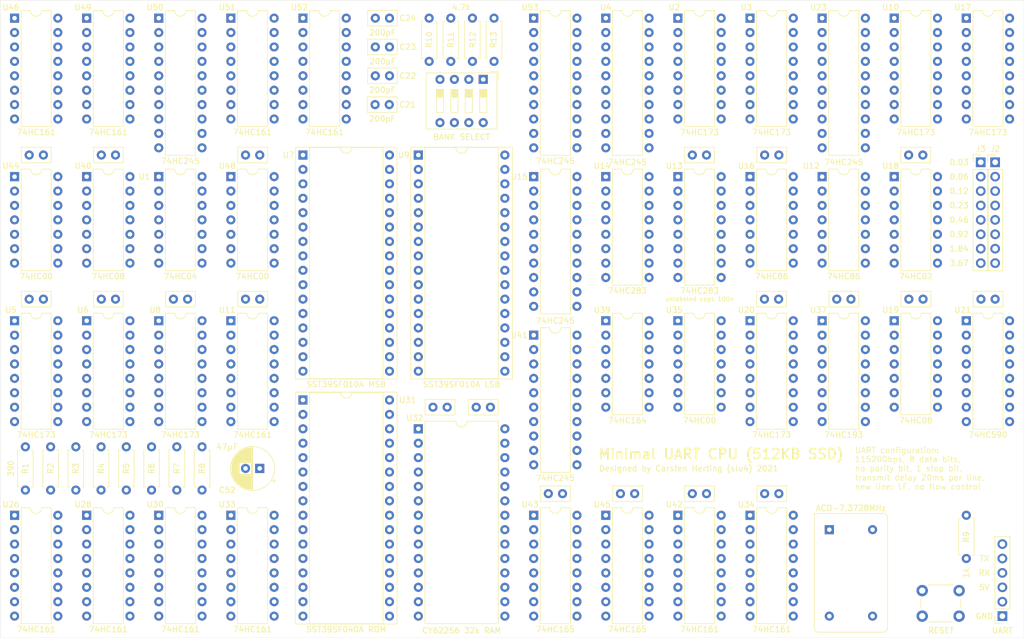
<source format=kicad_pcb>
(kicad_pcb (version 20171130) (host pcbnew "(5.1.5)-3")
  (layers (0 F.Cu signal) (31 B.Cu signal) (34 B.Paste user hide) (35 F.Paste user hide) (36 B.SilkS user) (37 F.SilkS user) (38 B.Mask user) (39 F.Mask user) (44 Edge.Cuts user))
  (net 0 "")
  (net 1 +5V)
  (net 2 GND)
  (net 3 "/UART Receiver/RX")
  (net 4 "/UART Transmitter/TX")
  (net 5 "/Control Logic/~HI")
  (net 6 /ALU/BUS7)
  (net 7 /ALU/BUS6)
  (net 8 /ALU/BUS5)
  (net 9 /ALU/BUS4)
  (net 10 /ALU/BUS3)
  (net 11 /ALU/BUS2)
  (net 12 /ALU/BUS1)
  (net 13 /ALU/BUS0)
  (net 14 "Net-(U1-Pad6)")
  (net 15 ~CLOCK)
  (net 16 "Net-(U1-Pad4)")
  (net 17 /Memory/M15)
  (net 18 "/Control Logic/HI")
  (net 19 /ALU/A7)
  (net 20 /ALU/A6)
  (net 21 /ALU/A5)
  (net 22 /ALU/A4)
  (net 23 "/Control Logic/~AI")
  (net 24 /ALU/A0)
  (net 25 /ALU/A1)
  (net 26 /ALU/A2)
  (net 27 /ALU/A3)
  (net 28 "/Control Logic/~AO")
  (net 29 /ALU/FLAG_Z)
  (net 30 /ALU/FLAG_C)
  (net 31 "Net-(U5-Pad5)")
  (net 32 /ALU/FLAG_N)
  (net 33 "Net-(U5-Pad4)")
  (net 34 "Net-(U5-Pad3)")
  (net 35 /ALU/~EO)
  (net 36 "Net-(U6-Pad4)")
  (net 37 "Net-(U6-Pad3)")
  (net 38 "Net-(U7-Pad5)")
  (net 39 "Net-(U7-Pad6)")
  (net 40 "Net-(U11-Pad11)")
  (net 41 "Net-(U11-Pad12)")
  (net 42 "Net-(U11-Pad13)")
  (net 43 "Net-(U11-Pad14)")
  (net 44 /ALU/ES)
  (net 45 /ALU/EC)
  (net 46 "/Control Logic/~BI")
  (net 47 "/Control Logic/~RO")
  (net 48 /ALU/B4)
  (net 49 "Net-(U12-Pad6)")
  (net 50 /ALU/B6)
  (net 51 "Net-(U12-Pad11)")
  (net 52 /ALU/B5)
  (net 53 "Net-(U12-Pad3)")
  (net 54 /ALU/B7)
  (net 55 "Net-(U12-Pad8)")
  (net 56 "Net-(U13-Pad1)")
  (net 57 "Net-(U13-Pad4)")
  (net 58 "Net-(U13-Pad13)")
  (net 59 "Net-(U13-Pad7)")
  (net 60 "Net-(U14-Pad1)")
  (net 61 "Net-(U14-Pad2)")
  (net 62 "Net-(U14-Pad10)")
  (net 63 "Net-(U14-Pad11)")
  (net 64 "Net-(U14-Pad4)")
  (net 65 "Net-(U14-Pad13)")
  (net 66 "Net-(U14-Pad6)")
  (net 67 "Net-(U14-Pad15)")
  (net 68 /ALU/B3)
  (net 69 /ALU/B1)
  (net 70 /ALU/B2)
  (net 71 /ALU/B0)
  (net 72 "Net-(U18-Pad13)")
  (net 73 "Net-(U18-Pad4)")
  (net 74 "Net-(U18-Pad10)")
  (net 75 "Net-(U18-Pad1)")
  (net 76 "Net-(U19-Pad3)")
  (net 77 "Net-(U19-Pad11)")
  (net 78 /Memory/M12)
  (net 79 /Memory/M13)
  (net 80 /Memory/M14)
  (net 81 "Net-(U26-Pad10)")
  (net 82 "Net-(U28-Pad10)")
  (net 83 /Memory/M11)
  (net 84 /Memory/M10)
  (net 85 /Memory/M9)
  (net 86 /Memory/M8)
  (net 87 /Memory/M4)
  (net 88 /Memory/M5)
  (net 89 /Memory/M6)
  (net 90 /Memory/M7)
  (net 91 "Net-(U30-Pad10)")
  (net 92 /Memory/M3)
  (net 93 /Memory/M2)
  (net 94 /Memory/M1)
  (net 95 /Memory/M0)
  (net 96 "Net-(U34-Pad11)")
  (net 97 "Net-(U42-Pad11)")
  (net 98 "Net-(U43-Pad10)")
  (net 99 "Net-(U46-Pad14)")
  (net 100 "Net-(U46-Pad13)")
  (net 101 "Net-(U46-Pad12)")
  (net 102 "Net-(U46-Pad11)")
  (net 103 "Net-(U46-Pad10)")
  (net 104 "Net-(U49-Pad10)")
  (net 105 "Net-(U49-Pad11)")
  (net 106 "Net-(U49-Pad12)")
  (net 107 "Net-(U49-Pad13)")
  (net 108 "Net-(U49-Pad14)")
  (net 109 "Net-(U51-Pad14)")
  (net 110 "Net-(U51-Pad13)")
  (net 111 "Net-(U51-Pad12)")
  (net 112 "Net-(U51-Pad11)")
  (net 113 "Net-(U51-Pad10)")
  (net 114 "Net-(U52-Pad11)")
  (net 115 "Net-(U52-Pad12)")
  (net 116 "Net-(U52-Pad13)")
  (net 117 "Net-(U52-Pad14)")
  (net 118 "Net-(U1-Pad10)")
  (net 119 "/Control Logic/~BO")
  (net 120 "Net-(U46-Pad9)")
  (net 121 "Net-(U48-Pad8)")
  (net 122 "Net-(U48-Pad3)")
  (net 123 "Net-(U48-Pad6)")
  (net 124 "Net-(U35-Pad2)")
  (net 125 "/Control Logic/TO")
  (net 126 "/Control Logic/CI")
  (net 127 "/Control Logic/CO")
  (net 128 "/Control Logic/TI")
  (net 129 "/Control Logic/MI")
  (net 130 "/Control Logic/RI")
  (net 131 "Net-(U19-Pad8)")
  (net 132 "Net-(U26-Pad9)")
  (net 133 "Net-(U30-Pad9)")
  (net 134 "Net-(U31-Pad31)")
  (net 135 "Net-(U1-Pad5)")
  (net 136 "Net-(U1-Pad11)")
  (net 137 "/Control Logic/CE")
  (net 138 "Net-(U19-Pad9)")
  (net 139 "Net-(U35-Pad11)")
  (net 140 "Net-(U39-Pad13)")
  (net 141 "Net-(U39-Pad6)")
  (net 142 "Net-(U39-Pad12)")
  (net 143 "Net-(U39-Pad5)")
  (net 144 "Net-(U39-Pad11)")
  (net 145 "Net-(U39-Pad4)")
  (net 146 "Net-(U39-Pad10)")
  (net 147 "Net-(U39-Pad3)")
  (net 148 ~RESET)
  (net 149 "Net-(U7-Pad8)")
  (net 150 "Net-(U7-Pad7)")
  (net 151 "Net-(U20-Pad3)")
  (net 152 "Net-(C21-Pad2)")
  (net 153 "Net-(C22-Pad2)")
  (net 154 "Net-(U1-Pad8)")
  (net 155 "Net-(U11-Pad1)")
  (net 156 "Net-(U42-Pad1)")
  (net 157 1.8432MHz)
  (net 158 "Net-(R10-Pad1)")
  (net 159 "Net-(R11-Pad1)")
  (net 160 "Net-(R12-Pad1)")
  (net 161 "Net-(R13-Pad1)")
  (net 162 CLOCK)
  (net 163 "Net-(J3-Pad8)")
  (net 164 "Net-(J3-Pad7)")
  (net 165 "Net-(J3-Pad6)")
  (net 166 "Net-(J3-Pad5)")
  (net 167 "Net-(J3-Pad4)")
  (net 168 "Net-(J3-Pad3)")
  (net 169 "Net-(J3-Pad1)")
  (net 170 "Net-(U21-Pad11)")
  (module Connector_PinHeader_2.54mm:PinHeader_1x08_P2.54mm_Vertical (layer F.Cu) (at 217.17 71.12)
    (fp_text reference J3 (at 0 -2.33) (layer F.SilkS))
    (fp_text value SELECT)
    (pad 8 thru_hole oval (at 0 17.78) (size 1.7 1.7) (drill 1) (layers *.Cu *.Mask) (net 163 "Net-(J3-Pad8)"))
    (pad 7 thru_hole oval (at 0 15.24) (size 1.7 1.7) (drill 1) (layers *.Cu *.Mask) (net 164 "Net-(J3-Pad7)"))
    (pad 6 thru_hole oval (at 0 12.7) (size 1.7 1.7) (drill 1) (layers *.Cu *.Mask) (net 165 "Net-(J3-Pad6)"))
    (pad 5 thru_hole oval (at 0 10.16) (size 1.7 1.7) (drill 1) (layers *.Cu *.Mask) (net 166 "Net-(J3-Pad5)"))
    (pad 4 thru_hole oval (at 0 7.62) (size 1.7 1.7) (drill 1) (layers *.Cu *.Mask) (net 167 "Net-(J3-Pad4)"))
    (pad 3 thru_hole oval (at 0 5.08) (size 1.7 1.7) (drill 1) (layers *.Cu *.Mask) (net 168 "Net-(J3-Pad3)"))
    (pad 2 thru_hole oval (at 0 2.54) (size 1.7 1.7) (drill 1) (layers *.Cu *.Mask) (net 157 1.8432MHz))
    (pad 1 thru_hole rect (at 0 0) (size 1.7 1.7) (drill 1) (layers *.Cu *.Mask) (net 169 "Net-(J3-Pad1)"))
  )
  (module Connector_PinHeader_2.54mm:PinHeader_1x08_P2.54mm_Vertical (layer F.Cu) (at 219.71 71.12)
    (fp_text reference J2 (at 0 -2.33) (layer F.SilkS))
    (fp_text value CLOCK)
    (pad 8 thru_hole oval (at 0 17.78) (size 1.7 1.7) (drill 1) (layers *.Cu *.Mask) (net 162 CLOCK))
    (pad 7 thru_hole oval (at 0 15.24) (size 1.7 1.7) (drill 1) (layers *.Cu *.Mask) (net 162 CLOCK))
    (pad 6 thru_hole oval (at 0 12.7) (size 1.7 1.7) (drill 1) (layers *.Cu *.Mask) (net 162 CLOCK))
    (pad 5 thru_hole oval (at 0 10.16) (size 1.7 1.7) (drill 1) (layers *.Cu *.Mask) (net 162 CLOCK))
    (pad 4 thru_hole oval (at 0 7.62) (size 1.7 1.7) (drill 1) (layers *.Cu *.Mask) (net 162 CLOCK))
    (pad 3 thru_hole oval (at 0 5.08) (size 1.7 1.7) (drill 1) (layers *.Cu *.Mask) (net 162 CLOCK))
    (pad 2 thru_hole oval (at 0 2.54) (size 1.7 1.7) (drill 1) (layers *.Cu *.Mask) (net 162 CLOCK))
    (pad 1 thru_hole rect (at 0 0) (size 1.7 1.7) (drill 1) (layers *.Cu *.Mask) (net 162 CLOCK))
  )
  (module Package_DIP:DIP-32_W15.24mm_Socket (layer F.Cu) (at 97.79 113.03)
    (fp_text reference U31 (at 18.415 0) (layer F.SilkS))
    (fp_text value "SST39SF040A ROM" (at 7.62 40.43) (layer F.SilkS))
    (pad 32 thru_hole oval (at 15.24 0) (size 1.6 1.6) (drill 0.8) (layers *.Cu *.Mask) (net 1 +5V))
    (pad 16 thru_hole oval (at 0 38.1) (size 1.6 1.6) (drill 0.8) (layers *.Cu *.Mask) (net 2 GND))
    (pad 31 thru_hole oval (at 15.24 2.54) (size 1.6 1.6) (drill 0.8) (layers *.Cu *.Mask) (net 134 "Net-(U31-Pad31)"))
    (pad 15 thru_hole oval (at 0 35.56) (size 1.6 1.6) (drill 0.8) (layers *.Cu *.Mask) (net 11 /ALU/BUS2))
    (pad 30 thru_hole oval (at 15.24 5.08) (size 1.6 1.6) (drill 0.8) (layers *.Cu *.Mask) (net 159 "Net-(R11-Pad1)"))
    (pad 14 thru_hole oval (at 0 33.02) (size 1.6 1.6) (drill 0.8) (layers *.Cu *.Mask) (net 12 /ALU/BUS1))
    (pad 29 thru_hole oval (at 15.24 7.62) (size 1.6 1.6) (drill 0.8) (layers *.Cu *.Mask) (net 80 /Memory/M14))
    (pad 13 thru_hole oval (at 0 30.48) (size 1.6 1.6) (drill 0.8) (layers *.Cu *.Mask) (net 13 /ALU/BUS0))
    (pad 28 thru_hole oval (at 15.24 10.16) (size 1.6 1.6) (drill 0.8) (layers *.Cu *.Mask) (net 79 /Memory/M13))
    (pad 12 thru_hole oval (at 0 27.94) (size 1.6 1.6) (drill 0.8) (layers *.Cu *.Mask) (net 95 /Memory/M0))
    (pad 27 thru_hole oval (at 15.24 12.7) (size 1.6 1.6) (drill 0.8) (layers *.Cu *.Mask) (net 86 /Memory/M8))
    (pad 11 thru_hole oval (at 0 25.4) (size 1.6 1.6) (drill 0.8) (layers *.Cu *.Mask) (net 94 /Memory/M1))
    (pad 26 thru_hole oval (at 15.24 15.24) (size 1.6 1.6) (drill 0.8) (layers *.Cu *.Mask) (net 85 /Memory/M9))
    (pad 10 thru_hole oval (at 0 22.86) (size 1.6 1.6) (drill 0.8) (layers *.Cu *.Mask) (net 93 /Memory/M2))
    (pad 25 thru_hole oval (at 15.24 17.78) (size 1.6 1.6) (drill 0.8) (layers *.Cu *.Mask) (net 83 /Memory/M11))
    (pad 9 thru_hole oval (at 0 20.32) (size 1.6 1.6) (drill 0.8) (layers *.Cu *.Mask) (net 92 /Memory/M3))
    (pad 24 thru_hole oval (at 15.24 20.32) (size 1.6 1.6) (drill 0.8) (layers *.Cu *.Mask) (net 47 "/Control Logic/~RO"))
    (pad 8 thru_hole oval (at 0 17.78) (size 1.6 1.6) (drill 0.8) (layers *.Cu *.Mask) (net 87 /Memory/M4))
    (pad 23 thru_hole oval (at 15.24 22.86) (size 1.6 1.6) (drill 0.8) (layers *.Cu *.Mask) (net 84 /Memory/M10))
    (pad 7 thru_hole oval (at 0 15.24) (size 1.6 1.6) (drill 0.8) (layers *.Cu *.Mask) (net 88 /Memory/M5))
    (pad 22 thru_hole oval (at 15.24 25.4) (size 1.6 1.6) (drill 0.8) (layers *.Cu *.Mask) (net 17 /Memory/M15))
    (pad 6 thru_hole oval (at 0 12.7) (size 1.6 1.6) (drill 0.8) (layers *.Cu *.Mask) (net 89 /Memory/M6))
    (pad 21 thru_hole oval (at 15.24 27.94) (size 1.6 1.6) (drill 0.8) (layers *.Cu *.Mask) (net 6 /ALU/BUS7))
    (pad 5 thru_hole oval (at 0 10.16) (size 1.6 1.6) (drill 0.8) (layers *.Cu *.Mask) (net 90 /Memory/M7))
    (pad 20 thru_hole oval (at 15.24 30.48) (size 1.6 1.6) (drill 0.8) (layers *.Cu *.Mask) (net 7 /ALU/BUS6))
    (pad 4 thru_hole oval (at 0 7.62) (size 1.6 1.6) (drill 0.8) (layers *.Cu *.Mask) (net 78 /Memory/M12))
    (pad 19 thru_hole oval (at 15.24 33.02) (size 1.6 1.6) (drill 0.8) (layers *.Cu *.Mask) (net 8 /ALU/BUS5))
    (pad 3 thru_hole oval (at 0 5.08) (size 1.6 1.6) (drill 0.8) (layers *.Cu *.Mask) (net 161 "Net-(R13-Pad1)"))
    (pad 18 thru_hole oval (at 15.24 35.56) (size 1.6 1.6) (drill 0.8) (layers *.Cu *.Mask) (net 9 /ALU/BUS4))
    (pad 2 thru_hole oval (at 0 2.54) (size 1.6 1.6) (drill 0.8) (layers *.Cu *.Mask) (net 160 "Net-(R12-Pad1)"))
    (pad 17 thru_hole oval (at 15.24 38.1) (size 1.6 1.6) (drill 0.8) (layers *.Cu *.Mask) (net 10 /ALU/BUS3))
    (pad 1 thru_hole rect (at 0 0) (size 1.6 1.6) (drill 0.8) (layers *.Cu *.Mask) (net 158 "Net-(R10-Pad1)"))
  )
  (module Package_DIP:DIP-16_W7.62mm (layer F.Cu) (at 214.63 99.06)
    (fp_text reference U21 (at -0.635 -1.905) (layer F.SilkS))
    (fp_text value 74HC590 (at 3.81 20.11) (layer F.SilkS))
    (pad 16 thru_hole oval (at 7.62 0) (size 1.6 1.6) (drill 0.8) (layers *.Cu *.Mask) (net 1 +5V))
    (pad 8 thru_hole oval (at 0 17.78) (size 1.6 1.6) (drill 0.8) (layers *.Cu *.Mask) (net 2 GND))
    (pad 15 thru_hole oval (at 7.62 2.54) (size 1.6 1.6) (drill 0.8) (layers *.Cu *.Mask) (net 169 "Net-(J3-Pad1)"))
    (pad 7 thru_hole oval (at 0 15.24) (size 1.6 1.6) (drill 0.8) (layers *.Cu *.Mask) (net 163 "Net-(J3-Pad8)"))
    (pad 14 thru_hole oval (at 7.62 5.08) (size 1.6 1.6) (drill 0.8) (layers *.Cu *.Mask) (net 2 GND))
    (pad 6 thru_hole oval (at 0 12.7) (size 1.6 1.6) (drill 0.8) (layers *.Cu *.Mask) (net 164 "Net-(J3-Pad7)"))
    (pad 13 thru_hole oval (at 7.62 7.62) (size 1.6 1.6) (drill 0.8) (layers *.Cu *.Mask) (net 170 "Net-(U21-Pad11)"))
    (pad 5 thru_hole oval (at 0 10.16) (size 1.6 1.6) (drill 0.8) (layers *.Cu *.Mask) (net 165 "Net-(J3-Pad6)"))
    (pad 12 thru_hole oval (at 7.62 10.16) (size 1.6 1.6) (drill 0.8) (layers *.Cu *.Mask) (net 2 GND))
    (pad 4 thru_hole oval (at 0 7.62) (size 1.6 1.6) (drill 0.8) (layers *.Cu *.Mask) (net 166 "Net-(J3-Pad5)"))
    (pad 11 thru_hole oval (at 7.62 12.7) (size 1.6 1.6) (drill 0.8) (layers *.Cu *.Mask) (net 170 "Net-(U21-Pad11)"))
    (pad 3 thru_hole oval (at 0 5.08) (size 1.6 1.6) (drill 0.8) (layers *.Cu *.Mask) (net 167 "Net-(J3-Pad4)"))
    (pad 10 thru_hole oval (at 7.62 15.24) (size 1.6 1.6) (drill 0.8) (layers *.Cu *.Mask) (net 1 +5V))
    (pad 2 thru_hole oval (at 0 2.54) (size 1.6 1.6) (drill 0.8) (layers *.Cu *.Mask) (net 168 "Net-(J3-Pad3)"))
    (pad 9 thru_hole oval (at 7.62 17.78) (size 1.6 1.6) (drill 0.8) (layers *.Cu *.Mask))
    (pad 1 thru_hole rect (at 0 0) (size 1.6 1.6) (drill 0.8) (layers *.Cu *.Mask) (net 157 1.8432MHz))
  )
  (module Button_Switch_THT:SW_DIP_SPSTx04_Slide_9.78x12.34mm_W7.62mm_P2.54mm (layer F.Cu) (at 129.54 56.515 270)
    (fp_text reference SW2 hide)
    (fp_text value "BANK SELECT" (at 10.16 3.81 180) (layer F.SilkS))
    (pad 8 thru_hole oval (at 7.62 0 270) (size 1.6 1.6) (drill 0.8) (layers *.Cu *.Mask) (net 1 +5V))
    (pad 4 thru_hole oval (at 0 7.62 270) (size 1.6 1.6) (drill 0.8) (layers *.Cu *.Mask) (net 158 "Net-(R10-Pad1)"))
    (pad 7 thru_hole oval (at 7.62 2.54 270) (size 1.6 1.6) (drill 0.8) (layers *.Cu *.Mask) (net 1 +5V))
    (pad 3 thru_hole oval (at 0 5.08 270) (size 1.6 1.6) (drill 0.8) (layers *.Cu *.Mask) (net 159 "Net-(R11-Pad1)"))
    (pad 6 thru_hole oval (at 7.62 5.08 270) (size 1.6 1.6) (drill 0.8) (layers *.Cu *.Mask) (net 1 +5V))
    (pad 2 thru_hole oval (at 0 2.54 270) (size 1.6 1.6) (drill 0.8) (layers *.Cu *.Mask) (net 160 "Net-(R12-Pad1)"))
    (pad 5 thru_hole oval (at 7.62 7.62 270) (size 1.6 1.6) (drill 0.8) (layers *.Cu *.Mask) (net 1 +5V))
    (pad 1 thru_hole rect (at 0 0 270) (size 1.6 1.6) (drill 0.8) (layers *.Cu *.Mask) (net 161 "Net-(R13-Pad1)"))
  )
  (module Resistor_THT:R_Axial_DIN0207_L6.3mm_D2.5mm_P7.62mm_Horizontal (layer F.Cu) (at 131.445 53.34 90)
    (fp_text reference R13 (at 3.81 -0.085 90) (layer F.SilkS))
    (fp_text value 4.7k (at 9.525 -5.8 180) (layer F.SilkS))
    (pad 2 thru_hole oval (at 7.62 0 90) (size 1.6 1.6) (drill 0.8) (layers *.Cu *.Mask) (net 2 GND))
    (pad 1 thru_hole circle (at 0 0 90) (size 1.6 1.6) (drill 0.8) (layers *.Cu *.Mask) (net 161 "Net-(R13-Pad1)"))
  )
  (module Resistor_THT:R_Axial_DIN0207_L6.3mm_D2.5mm_P7.62mm_Horizontal (layer F.Cu) (at 127.635 53.34 90)
    (fp_text reference R12 (at 3.81 0.028 90) (layer F.SilkS))
    (fp_text value 4.7k)
    (pad 2 thru_hole oval (at 7.62 0 90) (size 1.6 1.6) (drill 0.8) (layers *.Cu *.Mask) (net 2 GND))
    (pad 1 thru_hole circle (at 0 0 90) (size 1.6 1.6) (drill 0.8) (layers *.Cu *.Mask) (net 160 "Net-(R12-Pad1)"))
  )
  (module Resistor_THT:R_Axial_DIN0207_L6.3mm_D2.5mm_P7.62mm_Horizontal (layer F.Cu) (at 123.825 53.34 90)
    (fp_text reference R11 (at 3.81 0.014 90) (layer F.SilkS))
    (fp_text value 4.7k)
    (pad 2 thru_hole oval (at 7.62 0 90) (size 1.6 1.6) (drill 0.8) (layers *.Cu *.Mask) (net 2 GND))
    (pad 1 thru_hole circle (at 0 0 90) (size 1.6 1.6) (drill 0.8) (layers *.Cu *.Mask) (net 159 "Net-(R11-Pad1)"))
  )
  (module Resistor_THT:R_Axial_DIN0207_L6.3mm_D2.5mm_P7.62mm_Horizontal (layer F.Cu) (at 120.015 53.34 90)
    (fp_text reference R10 (at 3.81 0 90) (layer F.SilkS))
    (fp_text value 4.7k)
    (pad 2 thru_hole oval (at 7.62 0 90) (size 1.6 1.6) (drill 0.8) (layers *.Cu *.Mask) (net 2 GND))
    (pad 1 thru_hole circle (at 0 0 90) (size 1.6 1.6) (drill 0.8) (layers *.Cu *.Mask) (net 158 "Net-(R10-Pad1)"))
  )
  (module Button_Switch_THT:SW_PUSH_6mm (layer F.Cu) (at 213.36 151.13 180)
    (fp_text reference SW1 hide)
    (fp_text value RESET (at 3.175 -2.54) (layer F.SilkS))
    (pad 1 thru_hole circle (at 6.5 0 270) (size 2 2) (drill 1.1) (layers *.Cu *.Mask) (net 2 GND))
    (pad 2 thru_hole circle (at 6.5 4.5 270) (size 2 2) (drill 1.1) (layers *.Cu *.Mask) (net 148 ~RESET))
    (pad 1 thru_hole circle (at 0 0 270) (size 2 2) (drill 1.1) (layers *.Cu *.Mask) (net 2 GND))
    (pad 2 thru_hole circle (at 0 4.5 270) (size 2 2) (drill 1.1) (layers *.Cu *.Mask) (net 148 ~RESET))
  )
  (module Oscillator:Oscillator_DIP-14 (layer F.Cu) (at 190.5 135.89 270)
    (fp_text reference X1 hide)
    (fp_text value ACO-7.3728MHz (at -3.81 -3.81 180) (layer F.SilkS))
    (pad 7 thru_hole circle (at 15.24 0 270) (size 1.6 1.6) (drill 0.8) (layers *.Cu *.Mask) (net 2 GND))
    (pad 8 thru_hole circle (at 15.24 -7.62 270) (size 1.6 1.6) (drill 0.8) (layers *.Cu *.Mask) (net 170 "Net-(U21-Pad11)"))
    (pad 14 thru_hole circle (at 0 -7.62 270) (size 1.6 1.6) (drill 0.8) (layers *.Cu *.Mask) (net 1 +5V))
    (pad 1 thru_hole rect (at 0 0 270) (size 1.6 1.6) (drill 0.8) (layers *.Cu *.Mask))
  )
  (module Package_DIP:DIP-14_W7.62mm (layer F.Cu) (at 72.39 73.66)
    (fp_text reference U1 (at -2.54 0) (layer F.SilkS))
    (fp_text value 74HC04 (at 3.81 17.57) (layer F.SilkS))
    (pad 14 thru_hole oval (at 7.62 0) (size 1.6 1.6) (drill 0.8) (layers *.Cu *.Mask) (net 1 +5V))
    (pad 7 thru_hole oval (at 0 15.24) (size 1.6 1.6) (drill 0.8) (layers *.Cu *.Mask) (net 2 GND))
    (pad 13 thru_hole oval (at 7.62 2.54) (size 1.6 1.6) (drill 0.8) (layers *.Cu *.Mask) (net 162 CLOCK))
    (pad 6 thru_hole oval (at 0 12.7) (size 1.6 1.6) (drill 0.8) (layers *.Cu *.Mask) (net 14 "Net-(U1-Pad6)"))
    (pad 12 thru_hole oval (at 7.62 5.08) (size 1.6 1.6) (drill 0.8) (layers *.Cu *.Mask) (net 15 ~CLOCK))
    (pad 5 thru_hole oval (at 0 10.16) (size 1.6 1.6) (drill 0.8) (layers *.Cu *.Mask) (net 135 "Net-(U1-Pad5)"))
    (pad 11 thru_hole oval (at 7.62 7.62) (size 1.6 1.6) (drill 0.8) (layers *.Cu *.Mask) (net 136 "Net-(U1-Pad11)"))
    (pad 4 thru_hole oval (at 0 7.62) (size 1.6 1.6) (drill 0.8) (layers *.Cu *.Mask) (net 16 "Net-(U1-Pad4)"))
    (pad 10 thru_hole oval (at 7.62 10.16) (size 1.6 1.6) (drill 0.8) (layers *.Cu *.Mask) (net 118 "Net-(U1-Pad10)"))
    (pad 3 thru_hole oval (at 0 5.08) (size 1.6 1.6) (drill 0.8) (layers *.Cu *.Mask) (net 137 "/Control Logic/CE"))
    (pad 9 thru_hole oval (at 7.62 12.7) (size 1.6 1.6) (drill 0.8) (layers *.Cu *.Mask) (net 17 /Memory/M15))
    (pad 2 thru_hole oval (at 0 2.54) (size 1.6 1.6) (drill 0.8) (layers *.Cu *.Mask) (net 5 "/Control Logic/~HI"))
    (pad 8 thru_hole oval (at 7.62 15.24) (size 1.6 1.6) (drill 0.8) (layers *.Cu *.Mask) (net 154 "Net-(U1-Pad8)"))
    (pad 1 thru_hole rect (at 0 0) (size 1.6 1.6) (drill 0.8) (layers *.Cu *.Mask) (net 18 "/Control Logic/HI"))
  )
  (module Resistor_THT:R_Axial_DIN0207_L6.3mm_D2.5mm_P7.62mm_Horizontal (layer F.Cu) (at 214.63 140.97 90)
    (fp_text reference R9 (at 3.81 0 90) (layer F.SilkS))
    (fp_text value 1k (at -2.54 0 90) (layer F.SilkS))
    (pad 2 thru_hole oval (at 7.62 0 90) (size 1.6 1.6) (drill 0.8) (layers *.Cu *.Mask) (net 1 +5V))
    (pad 1 thru_hole circle (at 0 0 90) (size 1.6 1.6) (drill 0.8) (layers *.Cu *.Mask) (net 148 ~RESET))
  )
  (module Capacitor_THT:CP_Radial_D7.5mm_P2.50mm (layer F.Cu) (at 90.17 125.095 180)
    (fp_text reference C52 (at 5.715 -3.81) (layer F.SilkS))
    (fp_text value 47µF (at 5.715 3.81) (layer F.SilkS))
    (pad 2 thru_hole circle (at 2.5 0 180) (size 1.6 1.6) (drill 0.8) (layers *.Cu *.Mask) (net 2 GND))
    (pad 1 thru_hole rect (at 0 0 180) (size 1.6 1.6) (drill 0.8) (layers *.Cu *.Mask) (net 1 +5V))
  )
  (module Capacitor_THT:C_Disc_D5.0mm_W2.5mm_P2.50mm (layer F.Cu) (at 143.51 129.54 180)
    (fp_text reference C20 hide)
    (fp_text value 100nF)
    (pad 2 thru_hole circle (at 2.5 0 180) (size 1.6 1.6) (drill 0.8) (layers *.Cu *.Mask) (net 2 GND))
    (pad 1 thru_hole circle (at 0 0 180) (size 1.6 1.6) (drill 0.8) (layers *.Cu *.Mask) (net 1 +5V))
  )
  (module Capacitor_THT:C_Disc_D5.0mm_W2.5mm_P2.50mm (layer F.Cu) (at 64.77 95.25 180)
    (fp_text reference C19 hide)
    (fp_text value 100nF)
    (pad 2 thru_hole circle (at 2.5 0 180) (size 1.6 1.6) (drill 0.8) (layers *.Cu *.Mask) (net 2 GND))
    (pad 1 thru_hole circle (at 0 0 180) (size 1.6 1.6) (drill 0.8) (layers *.Cu *.Mask) (net 1 +5V))
  )
  (module Capacitor_THT:C_Disc_D5.0mm_W2.5mm_P2.50mm (layer F.Cu) (at 168.87 129.54 180)
    (fp_text reference C18 hide)
    (fp_text value 100nF)
    (pad 2 thru_hole circle (at 2.5 0 180) (size 1.6 1.6) (drill 0.8) (layers *.Cu *.Mask) (net 2 GND))
    (pad 1 thru_hole circle (at 0 0 180) (size 1.6 1.6) (drill 0.8) (layers *.Cu *.Mask) (net 1 +5V))
  )
  (module Capacitor_THT:C_Disc_D5.0mm_W2.5mm_P2.50mm (layer F.Cu) (at 123.19 114.3 180)
    (fp_text reference C17 hide)
    (fp_text value 100nF)
    (pad 2 thru_hole circle (at 2.5 0 180) (size 1.6 1.6) (drill 0.8) (layers *.Cu *.Mask) (net 2 GND))
    (pad 1 thru_hole circle (at 0 0 180) (size 1.6 1.6) (drill 0.8) (layers *.Cu *.Mask) (net 1 +5V))
  )
  (module Capacitor_THT:C_Disc_D5.0mm_W2.5mm_P2.50mm (layer F.Cu) (at 206.97 69.85 180)
    (fp_text reference C16 hide)
    (fp_text value 100nF)
    (pad 2 thru_hole circle (at 2.5 0 180) (size 1.6 1.6) (drill 0.8) (layers *.Cu *.Mask) (net 2 GND))
    (pad 1 thru_hole circle (at 0 0 180) (size 1.6 1.6) (drill 0.8) (layers *.Cu *.Mask) (net 1 +5V))
  )
  (module Capacitor_THT:C_Disc_D5.0mm_W2.5mm_P2.50mm (layer F.Cu) (at 90.17 95.25 180)
    (fp_text reference C15 hide)
    (fp_text value 100nF)
    (pad 2 thru_hole circle (at 2.5 0 180) (size 1.6 1.6) (drill 0.8) (layers *.Cu *.Mask) (net 2 GND))
    (pad 1 thru_hole circle (at 0 0 180) (size 1.6 1.6) (drill 0.8) (layers *.Cu *.Mask) (net 1 +5V))
  )
  (module Capacitor_THT:C_Disc_D5.0mm_W2.5mm_P2.50mm (layer F.Cu) (at 181.61 129.54 180)
    (fp_text reference C14 hide)
    (fp_text value 100nF)
    (pad 2 thru_hole circle (at 2.5 0 180) (size 1.6 1.6) (drill 0.8) (layers *.Cu *.Mask) (net 2 GND))
    (pad 1 thru_hole circle (at 0 0 180) (size 1.6 1.6) (drill 0.8) (layers *.Cu *.Mask) (net 1 +5V))
  )
  (module Capacitor_THT:C_Disc_D5.0mm_W2.5mm_P2.50mm (layer F.Cu) (at 156.21 129.54 180)
    (fp_text reference C13 hide)
    (fp_text value 100nF)
    (pad 2 thru_hole circle (at 2.5 0 180) (size 1.6 1.6) (drill 0.8) (layers *.Cu *.Mask) (net 2 GND))
    (pad 1 thru_hole circle (at 0 0 180) (size 1.6 1.6) (drill 0.8) (layers *.Cu *.Mask) (net 1 +5V))
  )
  (module Capacitor_THT:C_Disc_D5.0mm_W2.5mm_P2.50mm (layer F.Cu) (at 181.57 95.25 180)
    (fp_text reference C12 hide)
    (fp_text value 100nF)
    (pad 2 thru_hole circle (at 2.5 0 180) (size 1.6 1.6) (drill 0.8) (layers *.Cu *.Mask) (net 2 GND))
    (pad 1 thru_hole circle (at 0 0 180) (size 1.6 1.6) (drill 0.8) (layers *.Cu *.Mask) (net 1 +5V))
  )
  (module Capacitor_THT:C_Disc_D5.0mm_W2.5mm_P2.50mm (layer F.Cu) (at 77.47 95.25 180)
    (fp_text reference C11 hide)
    (fp_text value 100nF)
    (pad 2 thru_hole circle (at 2.5 0 180) (size 1.6 1.6) (drill 0.8) (layers *.Cu *.Mask) (net 2 GND))
    (pad 1 thru_hole circle (at 0 0 180) (size 1.6 1.6) (drill 0.8) (layers *.Cu *.Mask) (net 1 +5V))
  )
  (module Capacitor_THT:C_Disc_D5.0mm_W2.5mm_P2.50mm (layer F.Cu) (at 64.77 69.85 180)
    (fp_text reference C10 hide)
    (fp_text value 100nF)
    (pad 1 thru_hole circle (at 0 0 180) (size 1.6 1.6) (drill 0.8) (layers *.Cu *.Mask) (net 1 +5V))
    (pad 2 thru_hole circle (at 2.5 0 180) (size 1.6 1.6) (drill 0.8) (layers *.Cu *.Mask) (net 2 GND))
  )
  (module Capacitor_THT:C_Disc_D5.0mm_W2.5mm_P2.50mm (layer F.Cu) (at 168.87 69.85 180)
    (fp_text reference C9 hide)
    (fp_text value 100nF)
    (pad 2 thru_hole circle (at 2.5 0 180) (size 1.6 1.6) (drill 0.8) (layers *.Cu *.Mask) (net 2 GND))
    (pad 1 thru_hole circle (at 0 0 180) (size 1.6 1.6) (drill 0.8) (layers *.Cu *.Mask) (net 1 +5V))
  )
  (module Capacitor_THT:C_Disc_D5.0mm_W2.5mm_P2.50mm (layer F.Cu) (at 52.07 95.25 180)
    (fp_text reference C8 hide)
    (fp_text value 100nF)
    (pad 2 thru_hole circle (at 2.5 0 180) (size 1.6 1.6) (drill 0.8) (layers *.Cu *.Mask) (net 2 GND))
    (pad 1 thru_hole circle (at 0 0 180) (size 1.6 1.6) (drill 0.8) (layers *.Cu *.Mask) (net 1 +5V))
  )
  (module Capacitor_THT:C_Disc_D5.0mm_W2.5mm_P2.50mm (layer F.Cu) (at 181.61 69.85 180)
    (fp_text reference C7 hide)
    (fp_text value 100nF)
    (pad 2 thru_hole circle (at 2.5 0 180) (size 1.6 1.6) (drill 0.8) (layers *.Cu *.Mask) (net 2 GND))
    (pad 1 thru_hole circle (at 0 0 180) (size 1.6 1.6) (drill 0.8) (layers *.Cu *.Mask) (net 1 +5V))
  )
  (module Capacitor_THT:C_Disc_D5.0mm_W2.5mm_P2.50mm (layer F.Cu) (at 219.71 95.25 180)
    (fp_text reference C6 hide)
    (fp_text value 100nF)
    (pad 2 thru_hole circle (at 2.5 0 180) (size 1.6 1.6) (drill 0.8) (layers *.Cu *.Mask) (net 2 GND))
    (pad 1 thru_hole circle (at 0 0 180) (size 1.6 1.6) (drill 0.8) (layers *.Cu *.Mask) (net 1 +5V))
  )
  (module Capacitor_THT:C_Disc_D5.0mm_W2.5mm_P2.50mm (layer F.Cu) (at 194.31 95.25 180)
    (fp_text reference C5 hide)
    (fp_text value 100nF)
    (pad 2 thru_hole circle (at 2.5 0 180) (size 1.6 1.6) (drill 0.8) (layers *.Cu *.Mask) (net 2 GND))
    (pad 1 thru_hole circle (at 0 0 180) (size 1.6 1.6) (drill 0.8) (layers *.Cu *.Mask) (net 1 +5V))
  )
  (module Capacitor_THT:C_Disc_D5.0mm_W2.5mm_P2.50mm (layer F.Cu) (at 90.17 69.85 180)
    (fp_text reference C4 hide)
    (fp_text value 100nF)
    (pad 2 thru_hole circle (at 2.5 0 180) (size 1.6 1.6) (drill 0.8) (layers *.Cu *.Mask) (net 2 GND))
    (pad 1 thru_hole circle (at 0 0 180) (size 1.6 1.6) (drill 0.8) (layers *.Cu *.Mask) (net 1 +5V))
  )
  (module Capacitor_THT:C_Disc_D5.0mm_W2.5mm_P2.50mm (layer F.Cu) (at 130.81 114.3 180)
    (fp_text reference C3 hide)
    (fp_text value 100nF)
    (pad 2 thru_hole circle (at 2.5 0 180) (size 1.6 1.6) (drill 0.8) (layers *.Cu *.Mask) (net 2 GND))
    (pad 1 thru_hole circle (at 0 0 180) (size 1.6 1.6) (drill 0.8) (layers *.Cu *.Mask) (net 1 +5V))
  )
  (module Capacitor_THT:C_Disc_D5.0mm_W2.5mm_P2.50mm (layer F.Cu) (at 52.07 69.85 180)
    (fp_text reference C2 hide)
    (fp_text value 100nF)
    (pad 1 thru_hole circle (at 0 0 180) (size 1.6 1.6) (drill 0.8) (layers *.Cu *.Mask) (net 1 +5V))
    (pad 2 thru_hole circle (at 2.5 0 180) (size 1.6 1.6) (drill 0.8) (layers *.Cu *.Mask) (net 2 GND))
  )
  (module Capacitor_THT:C_Disc_D5.0mm_W2.5mm_P2.50mm (layer F.Cu) (at 207.01 95.25 180)
    (fp_text reference C1 hide)
    (fp_text value 100nF)
    (pad 2 thru_hole circle (at 2.5 0 180) (size 1.6 1.6) (drill 0.8) (layers *.Cu *.Mask) (net 2 GND))
    (pad 1 thru_hole circle (at 0 0 180) (size 1.6 1.6) (drill 0.8) (layers *.Cu *.Mask) (net 1 +5V))
  )
  (module Package_DIP:DIP-14_W7.62mm (layer F.Cu) (at 46.99 73.66)
    (fp_text reference U44 (at -0.635 -1.905) (layer F.SilkS))
    (fp_text value 74HC00 (at 3.81 17.57) (layer F.SilkS))
    (pad 1 thru_hole rect (at 0 0) (size 1.6 1.6) (drill 0.8) (layers *.Cu *.Mask) (net 5 "/Control Logic/~HI"))
    (pad 8 thru_hole oval (at 7.62 15.24) (size 1.6 1.6) (drill 0.8) (layers *.Cu *.Mask) (net 134 "Net-(U31-Pad31)"))
    (pad 2 thru_hole oval (at 0 2.54) (size 1.6 1.6) (drill 0.8) (layers *.Cu *.Mask) (net 129 "/Control Logic/MI"))
    (pad 9 thru_hole oval (at 7.62 12.7) (size 1.6 1.6) (drill 0.8) (layers *.Cu *.Mask) (net 130 "/Control Logic/RI"))
    (pad 3 thru_hole oval (at 0 5.08) (size 1.6 1.6) (drill 0.8) (layers *.Cu *.Mask) (net 133 "Net-(U30-Pad9)"))
    (pad 10 thru_hole oval (at 7.62 10.16) (size 1.6 1.6) (drill 0.8) (layers *.Cu *.Mask) (net 162 CLOCK))
    (pad 4 thru_hole oval (at 0 7.62) (size 1.6 1.6) (drill 0.8) (layers *.Cu *.Mask) (net 129 "/Control Logic/MI"))
    (pad 11 thru_hole oval (at 7.62 7.62) (size 1.6 1.6) (drill 0.8) (layers *.Cu *.Mask) (net 156 "Net-(U42-Pad1)"))
    (pad 5 thru_hole oval (at 0 10.16) (size 1.6 1.6) (drill 0.8) (layers *.Cu *.Mask) (net 18 "/Control Logic/HI"))
    (pad 12 thru_hole oval (at 7.62 5.08) (size 1.6 1.6) (drill 0.8) (layers *.Cu *.Mask) (net 128 "/Control Logic/TI"))
    (pad 6 thru_hole oval (at 0 12.7) (size 1.6 1.6) (drill 0.8) (layers *.Cu *.Mask) (net 132 "Net-(U26-Pad9)"))
    (pad 13 thru_hole oval (at 7.62 2.54) (size 1.6 1.6) (drill 0.8) (layers *.Cu *.Mask) (net 162 CLOCK))
    (pad 7 thru_hole oval (at 0 15.24) (size 1.6 1.6) (drill 0.8) (layers *.Cu *.Mask) (net 2 GND))
    (pad 14 thru_hole oval (at 7.62 0) (size 1.6 1.6) (drill 0.8) (layers *.Cu *.Mask) (net 1 +5V))
  )
  (module Package_DIP:DIP-14_W7.62mm (layer F.Cu) (at 59.69 73.66)
    (fp_text reference U40 (at -0.635 -1.905) (layer F.SilkS))
    (fp_text value 74HC08 (at 3.81 17.57) (layer F.SilkS))
    (pad 1 thru_hole rect (at 0 0) (size 1.6 1.6) (drill 0.8) (layers *.Cu *.Mask) (net 152 "Net-(C21-Pad2)"))
    (pad 8 thru_hole oval (at 7.62 15.24) (size 1.6 1.6) (drill 0.8) (layers *.Cu *.Mask) (net 128 "/Control Logic/TI"))
    (pad 2 thru_hole oval (at 0 2.54) (size 1.6 1.6) (drill 0.8) (layers *.Cu *.Mask) (net 5 "/Control Logic/~HI"))
    (pad 9 thru_hole oval (at 7.62 12.7) (size 1.6 1.6) (drill 0.8) (layers *.Cu *.Mask) (net 18 "/Control Logic/HI"))
    (pad 3 thru_hole oval (at 0 5.08) (size 1.6 1.6) (drill 0.8) (layers *.Cu *.Mask) (net 125 "/Control Logic/TO"))
    (pad 10 thru_hole oval (at 7.62 10.16) (size 1.6 1.6) (drill 0.8) (layers *.Cu *.Mask) (net 152 "Net-(C21-Pad2)"))
    (pad 4 thru_hole oval (at 0 7.62) (size 1.6 1.6) (drill 0.8) (layers *.Cu *.Mask) (net 148 ~RESET))
    (pad 11 thru_hole oval (at 7.62 7.62) (size 1.6 1.6) (drill 0.8) (layers *.Cu *.Mask))
    (pad 5 thru_hole oval (at 0 10.16) (size 1.6 1.6) (drill 0.8) (layers *.Cu *.Mask) (net 153 "Net-(C22-Pad2)"))
    (pad 12 thru_hole oval (at 7.62 5.08) (size 1.6 1.6) (drill 0.8) (layers *.Cu *.Mask) (net 2 GND))
    (pad 6 thru_hole oval (at 0 12.7) (size 1.6 1.6) (drill 0.8) (layers *.Cu *.Mask) (net 155 "Net-(U11-Pad1)"))
    (pad 13 thru_hole oval (at 7.62 2.54) (size 1.6 1.6) (drill 0.8) (layers *.Cu *.Mask) (net 2 GND))
    (pad 7 thru_hole oval (at 0 15.24) (size 1.6 1.6) (drill 0.8) (layers *.Cu *.Mask) (net 2 GND))
    (pad 14 thru_hole oval (at 7.62 0) (size 1.6 1.6) (drill 0.8) (layers *.Cu *.Mask) (net 1 +5V))
  )
  (module Capacitor_THT:C_Disc_D5.0mm_W2.5mm_P2.50mm (layer F.Cu) (at 110.53 45.72)
    (fp_text reference C24 (at 5.715 0) (layer F.SilkS))
    (fp_text value 200pF (at 1.27 2.54) (layer F.SilkS))
    (pad 2 thru_hole circle (at 2.5 0) (size 1.6 1.6) (drill 0.8) (layers *.Cu *.Mask) (net 130 "/Control Logic/RI"))
    (pad 1 thru_hole circle (at 0 0) (size 1.6 1.6) (drill 0.8) (layers *.Cu *.Mask) (net 2 GND))
  )
  (module Capacitor_THT:C_Disc_D5.0mm_W2.5mm_P2.50mm (layer F.Cu) (at 110.53 50.8)
    (fp_text reference C23 (at 5.715 0) (layer F.SilkS))
    (fp_text value 200pF (at 1.27 2.54) (layer F.SilkS))
    (pad 2 thru_hole circle (at 2.5 0) (size 1.6 1.6) (drill 0.8) (layers *.Cu *.Mask) (net 18 "/Control Logic/HI"))
    (pad 1 thru_hole circle (at 0 0) (size 1.6 1.6) (drill 0.8) (layers *.Cu *.Mask) (net 2 GND))
  )
  (module Capacitor_THT:C_Disc_D5.0mm_W2.5mm_P2.50mm (layer F.Cu) (at 110.53 55.88)
    (fp_text reference C22 (at 5.715 0) (layer F.SilkS))
    (fp_text value 200pF (at 1.25 2.5) (layer F.SilkS))
    (pad 2 thru_hole circle (at 2.5 0) (size 1.6 1.6) (drill 0.8) (layers *.Cu *.Mask) (net 153 "Net-(C22-Pad2)"))
    (pad 1 thru_hole circle (at 0 0) (size 1.6 1.6) (drill 0.8) (layers *.Cu *.Mask) (net 2 GND))
  )
  (module Capacitor_THT:C_Disc_D5.0mm_W2.5mm_P2.50mm (layer F.Cu) (at 110.49 60.96)
    (fp_text reference C21 (at 5.715 0) (layer F.SilkS))
    (fp_text value 200pF (at 1.25 2.5) (layer F.SilkS))
    (pad 2 thru_hole circle (at 2.5 0) (size 1.6 1.6) (drill 0.8) (layers *.Cu *.Mask) (net 152 "Net-(C21-Pad2)"))
    (pad 1 thru_hole circle (at 0 0) (size 1.6 1.6) (drill 0.8) (layers *.Cu *.Mask) (net 2 GND))
  )
  (module Package_DIP:DIP-14_W7.62mm (layer F.Cu) (at 201.93 73.66)
    (fp_text reference U18 (at -0.635 -1.905) (layer F.SilkS))
    (fp_text value 74HC02 (at 3.81 17.57) (layer F.SilkS))
    (pad 14 thru_hole oval (at 7.62 0) (size 1.6 1.6) (drill 0.8) (layers *.Cu *.Mask) (net 1 +5V))
    (pad 7 thru_hole oval (at 0 15.24) (size 1.6 1.6) (drill 0.8) (layers *.Cu *.Mask) (net 2 GND))
    (pad 13 thru_hole oval (at 7.62 2.54) (size 1.6 1.6) (drill 0.8) (layers *.Cu *.Mask) (net 72 "Net-(U18-Pad13)"))
    (pad 6 thru_hole oval (at 0 12.7) (size 1.6 1.6) (drill 0.8) (layers *.Cu *.Mask) (net 62 "Net-(U14-Pad10)"))
    (pad 12 thru_hole oval (at 7.62 5.08) (size 1.6 1.6) (drill 0.8) (layers *.Cu *.Mask) (net 32 /ALU/FLAG_N))
    (pad 5 thru_hole oval (at 0 10.16) (size 1.6 1.6) (drill 0.8) (layers *.Cu *.Mask) (net 65 "Net-(U14-Pad13)"))
    (pad 11 thru_hole oval (at 7.62 7.62) (size 1.6 1.6) (drill 0.8) (layers *.Cu *.Mask) (net 58 "Net-(U13-Pad13)"))
    (pad 4 thru_hole oval (at 0 7.62) (size 1.6 1.6) (drill 0.8) (layers *.Cu *.Mask) (net 73 "Net-(U18-Pad4)"))
    (pad 10 thru_hole oval (at 7.62 10.16) (size 1.6 1.6) (drill 0.8) (layers *.Cu *.Mask) (net 74 "Net-(U18-Pad10)"))
    (pad 3 thru_hole oval (at 0 5.08) (size 1.6 1.6) (drill 0.8) (layers *.Cu *.Mask) (net 60 "Net-(U14-Pad1)"))
    (pad 9 thru_hole oval (at 7.62 12.7) (size 1.6 1.6) (drill 0.8) (layers *.Cu *.Mask) (net 56 "Net-(U13-Pad1)"))
    (pad 2 thru_hole oval (at 0 2.54) (size 1.6 1.6) (drill 0.8) (layers *.Cu *.Mask) (net 64 "Net-(U14-Pad4)"))
    (pad 8 thru_hole oval (at 7.62 15.24) (size 1.6 1.6) (drill 0.8) (layers *.Cu *.Mask) (net 57 "Net-(U13-Pad4)"))
    (pad 1 thru_hole rect (at 0 0) (size 1.6 1.6) (drill 0.8) (layers *.Cu *.Mask) (net 75 "Net-(U18-Pad1)"))
  )
  (module Package_DIP:DIP-14_W7.62mm (layer F.Cu) (at 201.93 99.06)
    (fp_text reference U19 (at -0.635 -1.905) (layer F.SilkS))
    (fp_text value 74HC08 (at 3.81 17.57) (layer F.SilkS))
    (pad 14 thru_hole oval (at 7.62 0) (size 1.6 1.6) (drill 0.8) (layers *.Cu *.Mask) (net 1 +5V))
    (pad 7 thru_hole oval (at 0 15.24) (size 1.6 1.6) (drill 0.8) (layers *.Cu *.Mask) (net 2 GND))
    (pad 13 thru_hole oval (at 7.62 2.54) (size 1.6 1.6) (drill 0.8) (layers *.Cu *.Mask) (net 72 "Net-(U18-Pad13)"))
    (pad 6 thru_hole oval (at 0 12.7) (size 1.6 1.6) (drill 0.8) (layers *.Cu *.Mask) (net 29 /ALU/FLAG_Z))
    (pad 12 thru_hole oval (at 7.62 5.08) (size 1.6 1.6) (drill 0.8) (layers *.Cu *.Mask) (net 74 "Net-(U18-Pad10)"))
    (pad 5 thru_hole oval (at 0 10.16) (size 1.6 1.6) (drill 0.8) (layers *.Cu *.Mask) (net 77 "Net-(U19-Pad11)"))
    (pad 11 thru_hole oval (at 7.62 7.62) (size 1.6 1.6) (drill 0.8) (layers *.Cu *.Mask) (net 77 "Net-(U19-Pad11)"))
    (pad 4 thru_hole oval (at 0 7.62) (size 1.6 1.6) (drill 0.8) (layers *.Cu *.Mask) (net 76 "Net-(U19-Pad3)"))
    (pad 10 thru_hole oval (at 7.62 10.16) (size 1.6 1.6) (drill 0.8) (layers *.Cu *.Mask) (net 135 "Net-(U1-Pad5)"))
    (pad 3 thru_hole oval (at 0 5.08) (size 1.6 1.6) (drill 0.8) (layers *.Cu *.Mask) (net 76 "Net-(U19-Pad3)"))
    (pad 9 thru_hole oval (at 7.62 12.7) (size 1.6 1.6) (drill 0.8) (layers *.Cu *.Mask) (net 138 "Net-(U19-Pad9)"))
    (pad 2 thru_hole oval (at 0 2.54) (size 1.6 1.6) (drill 0.8) (layers *.Cu *.Mask) (net 73 "Net-(U18-Pad4)"))
    (pad 8 thru_hole oval (at 7.62 15.24) (size 1.6 1.6) (drill 0.8) (layers *.Cu *.Mask) (net 131 "Net-(U19-Pad8)"))
    (pad 1 thru_hole rect (at 0 0) (size 1.6 1.6) (drill 0.8) (layers *.Cu *.Mask) (net 75 "Net-(U18-Pad1)"))
  )
  (module Package_DIP:DIP-14_W7.62mm (layer F.Cu) (at 151.13 99.06)
    (fp_text reference U39 (at -0.635 -1.905) (layer F.SilkS))
    (fp_text value 74HC164 (at 3.81 17.57) (layer F.SilkS))
    (pad 14 thru_hole oval (at 7.62 0) (size 1.6 1.6) (drill 0.8) (layers *.Cu *.Mask) (net 1 +5V))
    (pad 7 thru_hole oval (at 0 15.24) (size 1.6 1.6) (drill 0.8) (layers *.Cu *.Mask) (net 2 GND))
    (pad 13 thru_hole oval (at 7.62 2.54) (size 1.6 1.6) (drill 0.8) (layers *.Cu *.Mask) (net 140 "Net-(U39-Pad13)"))
    (pad 6 thru_hole oval (at 0 12.7) (size 1.6 1.6) (drill 0.8) (layers *.Cu *.Mask) (net 141 "Net-(U39-Pad6)"))
    (pad 12 thru_hole oval (at 7.62 5.08) (size 1.6 1.6) (drill 0.8) (layers *.Cu *.Mask) (net 142 "Net-(U39-Pad12)"))
    (pad 5 thru_hole oval (at 0 10.16) (size 1.6 1.6) (drill 0.8) (layers *.Cu *.Mask) (net 143 "Net-(U39-Pad5)"))
    (pad 11 thru_hole oval (at 7.62 7.62) (size 1.6 1.6) (drill 0.8) (layers *.Cu *.Mask) (net 144 "Net-(U39-Pad11)"))
    (pad 4 thru_hole oval (at 0 7.62) (size 1.6 1.6) (drill 0.8) (layers *.Cu *.Mask) (net 145 "Net-(U39-Pad4)"))
    (pad 10 thru_hole oval (at 7.62 10.16) (size 1.6 1.6) (drill 0.8) (layers *.Cu *.Mask) (net 146 "Net-(U39-Pad10)"))
    (pad 3 thru_hole oval (at 0 5.08) (size 1.6 1.6) (drill 0.8) (layers *.Cu *.Mask) (net 147 "Net-(U39-Pad3)"))
    (pad 9 thru_hole oval (at 7.62 12.7) (size 1.6 1.6) (drill 0.8) (layers *.Cu *.Mask) (net 1 +5V))
    (pad 2 thru_hole oval (at 0 2.54) (size 1.6 1.6) (drill 0.8) (layers *.Cu *.Mask) (net 1 +5V))
    (pad 8 thru_hole oval (at 7.62 15.24) (size 1.6 1.6) (drill 0.8) (layers *.Cu *.Mask) (net 96 "Net-(U34-Pad11)"))
    (pad 1 thru_hole rect (at 0 0) (size 1.6 1.6) (drill 0.8) (layers *.Cu *.Mask) (net 3 "/UART Receiver/RX"))
  )
  (module Connector_PinSocket_2.54mm:PinSocket_1x06_P2.54mm_Vertical (layer F.Cu) (at 220.98 151.13 180)
    (fp_text reference J1 hide)
    (fp_text value UART)
    (pad 6 thru_hole oval (at 0 12.7 180) (size 1.7 1.7) (drill 1) (layers *.Cu *.Mask))
    (pad 5 thru_hole oval (at 0 10.16 180) (size 1.7 1.7) (drill 1) (layers *.Cu *.Mask) (net 4 "/UART Transmitter/TX"))
    (pad 4 thru_hole oval (at 0 7.62 180) (size 1.7 1.7) (drill 1) (layers *.Cu *.Mask) (net 3 "/UART Receiver/RX"))
    (pad 3 thru_hole oval (at 0 5.08 180) (size 1.7 1.7) (drill 1) (layers *.Cu *.Mask) (net 1 +5V))
    (pad 2 thru_hole oval (at 0 2.54 180) (size 1.7 1.7) (drill 1) (layers *.Cu *.Mask))
    (pad 1 thru_hole rect (at 0 0 180) (size 1.7 1.7) (drill 1) (layers *.Cu *.Mask) (net 2 GND))
  )
  (module Resistor_THT:R_Axial_DIN0207_L6.3mm_D2.5mm_P7.62mm_Horizontal (layer F.Cu) (at 48.895 121.285 270)
    (fp_text reference R1 (at 3.81 0 90) (layer F.SilkS))
    (fp_text value 390)
    (pad 1 thru_hole circle (at 0 0 270) (size 1.6 1.6) (drill 0.8) (layers *.Cu *.Mask) (net 1 +5V))
    (pad 2 thru_hole oval (at 7.62 0 270) (size 1.6 1.6) (drill 0.8) (layers *.Cu *.Mask) (net 6 /ALU/BUS7))
  )
  (module Resistor_THT:R_Axial_DIN0207_L6.3mm_D2.5mm_P7.62mm_Horizontal (layer F.Cu) (at 53.34 128.905 90)
    (fp_text reference R2 (at 3.81 0 90) (layer F.SilkS))
    (fp_text value 390)
    (pad 1 thru_hole circle (at 0 0 90) (size 1.6 1.6) (drill 0.8) (layers *.Cu *.Mask) (net 7 /ALU/BUS6))
    (pad 2 thru_hole oval (at 7.62 0 90) (size 1.6 1.6) (drill 0.8) (layers *.Cu *.Mask) (net 1 +5V))
  )
  (module Resistor_THT:R_Axial_DIN0207_L6.3mm_D2.5mm_P7.62mm_Horizontal (layer F.Cu) (at 57.785 128.905 90)
    (fp_text reference R3 (at 3.81 0 90) (layer F.SilkS))
    (fp_text value 390)
    (pad 2 thru_hole oval (at 7.62 0 90) (size 1.6 1.6) (drill 0.8) (layers *.Cu *.Mask) (net 1 +5V))
    (pad 1 thru_hole circle (at 0 0 90) (size 1.6 1.6) (drill 0.8) (layers *.Cu *.Mask) (net 8 /ALU/BUS5))
  )
  (module Resistor_THT:R_Axial_DIN0207_L6.3mm_D2.5mm_P7.62mm_Horizontal (layer F.Cu) (at 62.23 128.905 90)
    (fp_text reference R4 (at 3.81 0 90) (layer F.SilkS))
    (fp_text value 390)
    (pad 1 thru_hole circle (at 0 0 90) (size 1.6 1.6) (drill 0.8) (layers *.Cu *.Mask) (net 9 /ALU/BUS4))
    (pad 2 thru_hole oval (at 7.62 0 90) (size 1.6 1.6) (drill 0.8) (layers *.Cu *.Mask) (net 1 +5V))
  )
  (module Resistor_THT:R_Axial_DIN0207_L6.3mm_D2.5mm_P7.62mm_Horizontal (layer F.Cu) (at 66.675 128.905 90)
    (fp_text reference R5 (at 3.81 0 90) (layer F.SilkS))
    (fp_text value 390)
    (pad 2 thru_hole oval (at 7.62 0 90) (size 1.6 1.6) (drill 0.8) (layers *.Cu *.Mask) (net 1 +5V))
    (pad 1 thru_hole circle (at 0 0 90) (size 1.6 1.6) (drill 0.8) (layers *.Cu *.Mask) (net 10 /ALU/BUS3))
  )
  (module Resistor_THT:R_Axial_DIN0207_L6.3mm_D2.5mm_P7.62mm_Horizontal (layer F.Cu) (at 71.12 128.905 90)
    (fp_text reference R6 (at 3.81 0 90) (layer F.SilkS))
    (fp_text value 390)
    (pad 2 thru_hole oval (at 7.62 0 90) (size 1.6 1.6) (drill 0.8) (layers *.Cu *.Mask) (net 1 +5V))
    (pad 1 thru_hole circle (at 0 0 90) (size 1.6 1.6) (drill 0.8) (layers *.Cu *.Mask) (net 11 /ALU/BUS2))
  )
  (module Resistor_THT:R_Axial_DIN0207_L6.3mm_D2.5mm_P7.62mm_Horizontal (layer F.Cu) (at 75.565 128.905 90)
    (fp_text reference R7 (at 3.81 0 90) (layer F.SilkS))
    (fp_text value 390)
    (pad 1 thru_hole circle (at 0 0 90) (size 1.6 1.6) (drill 0.8) (layers *.Cu *.Mask) (net 12 /ALU/BUS1))
    (pad 2 thru_hole oval (at 7.62 0 90) (size 1.6 1.6) (drill 0.8) (layers *.Cu *.Mask) (net 1 +5V))
  )
  (module Resistor_THT:R_Axial_DIN0207_L6.3mm_D2.5mm_P7.62mm_Horizontal (layer F.Cu) (at 80.01 128.905 90)
    (fp_text reference R8 (at 3.81 0 90) (layer F.SilkS))
    (fp_text value 390 (at 3.81 -33.655 90) (layer F.SilkS))
    (pad 1 thru_hole circle (at 0 0 90) (size 1.6 1.6) (drill 0.8) (layers *.Cu *.Mask) (net 13 /ALU/BUS0))
    (pad 2 thru_hole oval (at 7.62 0 90) (size 1.6 1.6) (drill 0.8) (layers *.Cu *.Mask) (net 1 +5V))
  )
  (module Package_DIP:DIP-16_W7.62mm (layer F.Cu) (at 163.83 45.72)
    (fp_text reference U2 (at -0.635 -1.905) (layer F.SilkS))
    (fp_text value 74HC173 (at 3.81 20.11) (layer F.SilkS))
    (pad 16 thru_hole oval (at 7.62 0) (size 1.6 1.6) (drill 0.8) (layers *.Cu *.Mask) (net 1 +5V))
    (pad 8 thru_hole oval (at 0 17.78) (size 1.6 1.6) (drill 0.8) (layers *.Cu *.Mask) (net 2 GND))
    (pad 15 thru_hole oval (at 7.62 2.54) (size 1.6 1.6) (drill 0.8) (layers *.Cu *.Mask) (net 2 GND))
    (pad 7 thru_hole oval (at 0 15.24) (size 1.6 1.6) (drill 0.8) (layers *.Cu *.Mask) (net 162 CLOCK))
    (pad 14 thru_hole oval (at 7.62 5.08) (size 1.6 1.6) (drill 0.8) (layers *.Cu *.Mask) (net 9 /ALU/BUS4))
    (pad 6 thru_hole oval (at 0 12.7) (size 1.6 1.6) (drill 0.8) (layers *.Cu *.Mask) (net 19 /ALU/A7))
    (pad 13 thru_hole oval (at 7.62 7.62) (size 1.6 1.6) (drill 0.8) (layers *.Cu *.Mask) (net 8 /ALU/BUS5))
    (pad 5 thru_hole oval (at 0 10.16) (size 1.6 1.6) (drill 0.8) (layers *.Cu *.Mask) (net 20 /ALU/A6))
    (pad 12 thru_hole oval (at 7.62 10.16) (size 1.6 1.6) (drill 0.8) (layers *.Cu *.Mask) (net 7 /ALU/BUS6))
    (pad 4 thru_hole oval (at 0 7.62) (size 1.6 1.6) (drill 0.8) (layers *.Cu *.Mask) (net 21 /ALU/A5))
    (pad 11 thru_hole oval (at 7.62 12.7) (size 1.6 1.6) (drill 0.8) (layers *.Cu *.Mask) (net 6 /ALU/BUS7))
    (pad 3 thru_hole oval (at 0 5.08) (size 1.6 1.6) (drill 0.8) (layers *.Cu *.Mask) (net 22 /ALU/A4))
    (pad 10 thru_hole oval (at 7.62 15.24) (size 1.6 1.6) (drill 0.8) (layers *.Cu *.Mask) (net 23 "/Control Logic/~AI"))
    (pad 2 thru_hole oval (at 0 2.54) (size 1.6 1.6) (drill 0.8) (layers *.Cu *.Mask) (net 2 GND))
    (pad 9 thru_hole oval (at 7.62 17.78) (size 1.6 1.6) (drill 0.8) (layers *.Cu *.Mask) (net 23 "/Control Logic/~AI"))
    (pad 1 thru_hole rect (at 0 0) (size 1.6 1.6) (drill 0.8) (layers *.Cu *.Mask) (net 2 GND))
  )
  (module Package_DIP:DIP-16_W7.62mm (layer F.Cu) (at 176.53 45.72)
    (fp_text reference U3 (at -0.635 -1.905) (layer F.SilkS))
    (fp_text value 74HC173 (at 3.81 20.11) (layer F.SilkS))
    (pad 1 thru_hole rect (at 0 0) (size 1.6 1.6) (drill 0.8) (layers *.Cu *.Mask) (net 2 GND))
    (pad 9 thru_hole oval (at 7.62 17.78) (size 1.6 1.6) (drill 0.8) (layers *.Cu *.Mask) (net 23 "/Control Logic/~AI"))
    (pad 2 thru_hole oval (at 0 2.54) (size 1.6 1.6) (drill 0.8) (layers *.Cu *.Mask) (net 2 GND))
    (pad 10 thru_hole oval (at 7.62 15.24) (size 1.6 1.6) (drill 0.8) (layers *.Cu *.Mask) (net 23 "/Control Logic/~AI"))
    (pad 3 thru_hole oval (at 0 5.08) (size 1.6 1.6) (drill 0.8) (layers *.Cu *.Mask) (net 24 /ALU/A0))
    (pad 11 thru_hole oval (at 7.62 12.7) (size 1.6 1.6) (drill 0.8) (layers *.Cu *.Mask) (net 10 /ALU/BUS3))
    (pad 4 thru_hole oval (at 0 7.62) (size 1.6 1.6) (drill 0.8) (layers *.Cu *.Mask) (net 25 /ALU/A1))
    (pad 12 thru_hole oval (at 7.62 10.16) (size 1.6 1.6) (drill 0.8) (layers *.Cu *.Mask) (net 11 /ALU/BUS2))
    (pad 5 thru_hole oval (at 0 10.16) (size 1.6 1.6) (drill 0.8) (layers *.Cu *.Mask) (net 26 /ALU/A2))
    (pad 13 thru_hole oval (at 7.62 7.62) (size 1.6 1.6) (drill 0.8) (layers *.Cu *.Mask) (net 12 /ALU/BUS1))
    (pad 6 thru_hole oval (at 0 12.7) (size 1.6 1.6) (drill 0.8) (layers *.Cu *.Mask) (net 27 /ALU/A3))
    (pad 14 thru_hole oval (at 7.62 5.08) (size 1.6 1.6) (drill 0.8) (layers *.Cu *.Mask) (net 13 /ALU/BUS0))
    (pad 7 thru_hole oval (at 0 15.24) (size 1.6 1.6) (drill 0.8) (layers *.Cu *.Mask) (net 162 CLOCK))
    (pad 15 thru_hole oval (at 7.62 2.54) (size 1.6 1.6) (drill 0.8) (layers *.Cu *.Mask) (net 2 GND))
    (pad 8 thru_hole oval (at 0 17.78) (size 1.6 1.6) (drill 0.8) (layers *.Cu *.Mask) (net 2 GND))
    (pad 16 thru_hole oval (at 7.62 0) (size 1.6 1.6) (drill 0.8) (layers *.Cu *.Mask) (net 1 +5V))
  )
  (module Package_DIP:DIP-20_W7.62mm (layer F.Cu) (at 151.13 45.72)
    (fp_text reference U4 (at 0 -1.905) (layer F.SilkS))
    (fp_text value 74HC245 (at 3.81 25.4) (layer F.SilkS))
    (pad 20 thru_hole oval (at 7.62 0) (size 1.6 1.6) (drill 0.8) (layers *.Cu *.Mask) (net 1 +5V))
    (pad 10 thru_hole oval (at 0 22.86) (size 1.6 1.6) (drill 0.8) (layers *.Cu *.Mask) (net 2 GND))
    (pad 19 thru_hole oval (at 7.62 2.54) (size 1.6 1.6) (drill 0.8) (layers *.Cu *.Mask) (net 28 "/Control Logic/~AO"))
    (pad 9 thru_hole oval (at 0 20.32) (size 1.6 1.6) (drill 0.8) (layers *.Cu *.Mask) (net 19 /ALU/A7))
    (pad 18 thru_hole oval (at 7.62 5.08) (size 1.6 1.6) (drill 0.8) (layers *.Cu *.Mask) (net 13 /ALU/BUS0))
    (pad 8 thru_hole oval (at 0 17.78) (size 1.6 1.6) (drill 0.8) (layers *.Cu *.Mask) (net 20 /ALU/A6))
    (pad 17 thru_hole oval (at 7.62 7.62) (size 1.6 1.6) (drill 0.8) (layers *.Cu *.Mask) (net 12 /ALU/BUS1))
    (pad 7 thru_hole oval (at 0 15.24) (size 1.6 1.6) (drill 0.8) (layers *.Cu *.Mask) (net 21 /ALU/A5))
    (pad 16 thru_hole oval (at 7.62 10.16) (size 1.6 1.6) (drill 0.8) (layers *.Cu *.Mask) (net 11 /ALU/BUS2))
    (pad 6 thru_hole oval (at 0 12.7) (size 1.6 1.6) (drill 0.8) (layers *.Cu *.Mask) (net 22 /ALU/A4))
    (pad 15 thru_hole oval (at 7.62 12.7) (size 1.6 1.6) (drill 0.8) (layers *.Cu *.Mask) (net 10 /ALU/BUS3))
    (pad 5 thru_hole oval (at 0 10.16) (size 1.6 1.6) (drill 0.8) (layers *.Cu *.Mask) (net 27 /ALU/A3))
    (pad 14 thru_hole oval (at 7.62 15.24) (size 1.6 1.6) (drill 0.8) (layers *.Cu *.Mask) (net 9 /ALU/BUS4))
    (pad 4 thru_hole oval (at 0 7.62) (size 1.6 1.6) (drill 0.8) (layers *.Cu *.Mask) (net 26 /ALU/A2))
    (pad 13 thru_hole oval (at 7.62 17.78) (size 1.6 1.6) (drill 0.8) (layers *.Cu *.Mask) (net 8 /ALU/BUS5))
    (pad 3 thru_hole oval (at 0 5.08) (size 1.6 1.6) (drill 0.8) (layers *.Cu *.Mask) (net 25 /ALU/A1))
    (pad 12 thru_hole oval (at 7.62 20.32) (size 1.6 1.6) (drill 0.8) (layers *.Cu *.Mask) (net 7 /ALU/BUS6))
    (pad 2 thru_hole oval (at 0 2.54) (size 1.6 1.6) (drill 0.8) (layers *.Cu *.Mask) (net 24 /ALU/A0))
    (pad 11 thru_hole oval (at 7.62 22.86) (size 1.6 1.6) (drill 0.8) (layers *.Cu *.Mask) (net 6 /ALU/BUS7))
    (pad 1 thru_hole rect (at 0 0) (size 1.6 1.6) (drill 0.8) (layers *.Cu *.Mask) (net 1 +5V))
  )
  (module Package_DIP:DIP-16_W7.62mm (layer F.Cu) (at 46.99 99.06)
    (fp_text reference U5 (at -0.635 -1.905) (layer F.SilkS))
    (fp_text value 74HC173 (at 3.81 20.11) (layer F.SilkS))
    (pad 16 thru_hole oval (at 7.62 0) (size 1.6 1.6) (drill 0.8) (layers *.Cu *.Mask) (net 1 +5V))
    (pad 8 thru_hole oval (at 0 17.78) (size 1.6 1.6) (drill 0.8) (layers *.Cu *.Mask) (net 2 GND))
    (pad 15 thru_hole oval (at 7.62 2.54) (size 1.6 1.6) (drill 0.8) (layers *.Cu *.Mask) (net 2 GND))
    (pad 7 thru_hole oval (at 0 15.24) (size 1.6 1.6) (drill 0.8) (layers *.Cu *.Mask) (net 162 CLOCK))
    (pad 14 thru_hole oval (at 7.62 5.08) (size 1.6 1.6) (drill 0.8) (layers *.Cu *.Mask) (net 29 /ALU/FLAG_Z))
    (pad 6 thru_hole oval (at 0 12.7) (size 1.6 1.6) (drill 0.8) (layers *.Cu *.Mask))
    (pad 13 thru_hole oval (at 7.62 7.62) (size 1.6 1.6) (drill 0.8) (layers *.Cu *.Mask) (net 30 /ALU/FLAG_C))
    (pad 5 thru_hole oval (at 0 10.16) (size 1.6 1.6) (drill 0.8) (layers *.Cu *.Mask) (net 31 "Net-(U5-Pad5)"))
    (pad 12 thru_hole oval (at 7.62 10.16) (size 1.6 1.6) (drill 0.8) (layers *.Cu *.Mask) (net 32 /ALU/FLAG_N))
    (pad 4 thru_hole oval (at 0 7.62) (size 1.6 1.6) (drill 0.8) (layers *.Cu *.Mask) (net 33 "Net-(U5-Pad4)"))
    (pad 11 thru_hole oval (at 7.62 12.7) (size 1.6 1.6) (drill 0.8) (layers *.Cu *.Mask) (net 2 GND))
    (pad 3 thru_hole oval (at 0 5.08) (size 1.6 1.6) (drill 0.8) (layers *.Cu *.Mask) (net 34 "Net-(U5-Pad3)"))
    (pad 10 thru_hole oval (at 7.62 15.24) (size 1.6 1.6) (drill 0.8) (layers *.Cu *.Mask) (net 35 /ALU/~EO))
    (pad 2 thru_hole oval (at 0 2.54) (size 1.6 1.6) (drill 0.8) (layers *.Cu *.Mask) (net 2 GND))
    (pad 9 thru_hole oval (at 7.62 17.78) (size 1.6 1.6) (drill 0.8) (layers *.Cu *.Mask) (net 35 /ALU/~EO))
    (pad 1 thru_hole rect (at 0 0) (size 1.6 1.6) (drill 0.8) (layers *.Cu *.Mask) (net 2 GND))
  )
  (module Package_DIP:DIP-16_W7.62mm (layer F.Cu) (at 59.69 99.06)
    (fp_text reference U6 (at -0.635 -1.905) (layer F.SilkS))
    (fp_text value 74HC173 (at 3.81 20.11) (layer F.SilkS))
    (pad 16 thru_hole oval (at 7.62 0) (size 1.6 1.6) (drill 0.8) (layers *.Cu *.Mask) (net 1 +5V))
    (pad 8 thru_hole oval (at 0 17.78) (size 1.6 1.6) (drill 0.8) (layers *.Cu *.Mask) (net 2 GND))
    (pad 15 thru_hole oval (at 7.62 2.54) (size 1.6 1.6) (drill 0.8) (layers *.Cu *.Mask) (net 2 GND))
    (pad 7 thru_hole oval (at 0 15.24) (size 1.6 1.6) (drill 0.8) (layers *.Cu *.Mask) (net 162 CLOCK))
    (pad 14 thru_hole oval (at 7.62 5.08) (size 1.6 1.6) (drill 0.8) (layers *.Cu *.Mask) (net 9 /ALU/BUS4))
    (pad 6 thru_hole oval (at 0 12.7) (size 1.6 1.6) (drill 0.8) (layers *.Cu *.Mask))
    (pad 13 thru_hole oval (at 7.62 7.62) (size 1.6 1.6) (drill 0.8) (layers *.Cu *.Mask) (net 8 /ALU/BUS5))
    (pad 5 thru_hole oval (at 0 10.16) (size 1.6 1.6) (drill 0.8) (layers *.Cu *.Mask))
    (pad 12 thru_hole oval (at 7.62 10.16) (size 1.6 1.6) (drill 0.8) (layers *.Cu *.Mask) (net 2 GND))
    (pad 4 thru_hole oval (at 0 7.62) (size 1.6 1.6) (drill 0.8) (layers *.Cu *.Mask) (net 36 "Net-(U6-Pad4)"))
    (pad 11 thru_hole oval (at 7.62 12.7) (size 1.6 1.6) (drill 0.8) (layers *.Cu *.Mask) (net 2 GND))
    (pad 3 thru_hole oval (at 0 5.08) (size 1.6 1.6) (drill 0.8) (layers *.Cu *.Mask) (net 37 "Net-(U6-Pad3)"))
    (pad 10 thru_hole oval (at 7.62 15.24) (size 1.6 1.6) (drill 0.8) (layers *.Cu *.Mask) (net 16 "Net-(U1-Pad4)"))
    (pad 2 thru_hole oval (at 0 2.54) (size 1.6 1.6) (drill 0.8) (layers *.Cu *.Mask) (net 2 GND))
    (pad 9 thru_hole oval (at 7.62 17.78) (size 1.6 1.6) (drill 0.8) (layers *.Cu *.Mask) (net 5 "/Control Logic/~HI"))
    (pad 1 thru_hole rect (at 0 0) (size 1.6 1.6) (drill 0.8) (layers *.Cu *.Mask) (net 2 GND))
  )
  (module Package_DIP:DIP-16_W7.62mm (layer F.Cu) (at 72.39 99.06)
    (fp_text reference U8 (at -0.635 -1.905) (layer F.SilkS))
    (fp_text value 74HC173 (at 3.81 20.11) (layer F.SilkS))
    (pad 1 thru_hole rect (at 0 0) (size 1.6 1.6) (drill 0.8) (layers *.Cu *.Mask) (net 2 GND))
    (pad 9 thru_hole oval (at 7.62 17.78) (size 1.6 1.6) (drill 0.8) (layers *.Cu *.Mask) (net 5 "/Control Logic/~HI"))
    (pad 2 thru_hole oval (at 0 2.54) (size 1.6 1.6) (drill 0.8) (layers *.Cu *.Mask) (net 2 GND))
    (pad 10 thru_hole oval (at 7.62 15.24) (size 1.6 1.6) (drill 0.8) (layers *.Cu *.Mask) (net 16 "Net-(U1-Pad4)"))
    (pad 3 thru_hole oval (at 0 5.08) (size 1.6 1.6) (drill 0.8) (layers *.Cu *.Mask) (net 149 "Net-(U7-Pad8)"))
    (pad 11 thru_hole oval (at 7.62 12.7) (size 1.6 1.6) (drill 0.8) (layers *.Cu *.Mask) (net 10 /ALU/BUS3))
    (pad 4 thru_hole oval (at 0 7.62) (size 1.6 1.6) (drill 0.8) (layers *.Cu *.Mask) (net 150 "Net-(U7-Pad7)"))
    (pad 12 thru_hole oval (at 7.62 10.16) (size 1.6 1.6) (drill 0.8) (layers *.Cu *.Mask) (net 11 /ALU/BUS2))
    (pad 5 thru_hole oval (at 0 10.16) (size 1.6 1.6) (drill 0.8) (layers *.Cu *.Mask) (net 39 "Net-(U7-Pad6)"))
    (pad 13 thru_hole oval (at 7.62 7.62) (size 1.6 1.6) (drill 0.8) (layers *.Cu *.Mask) (net 12 /ALU/BUS1))
    (pad 6 thru_hole oval (at 0 12.7) (size 1.6 1.6) (drill 0.8) (layers *.Cu *.Mask) (net 38 "Net-(U7-Pad5)"))
    (pad 14 thru_hole oval (at 7.62 5.08) (size 1.6 1.6) (drill 0.8) (layers *.Cu *.Mask) (net 13 /ALU/BUS0))
    (pad 7 thru_hole oval (at 0 15.24) (size 1.6 1.6) (drill 0.8) (layers *.Cu *.Mask) (net 162 CLOCK))
    (pad 15 thru_hole oval (at 7.62 2.54) (size 1.6 1.6) (drill 0.8) (layers *.Cu *.Mask) (net 2 GND))
    (pad 8 thru_hole oval (at 0 17.78) (size 1.6 1.6) (drill 0.8) (layers *.Cu *.Mask) (net 2 GND))
    (pad 16 thru_hole oval (at 7.62 0) (size 1.6 1.6) (drill 0.8) (layers *.Cu *.Mask) (net 1 +5V))
  )
  (module Package_DIP:DIP-16_W7.62mm (layer F.Cu) (at 85.09 99.06)
    (fp_text reference U11 (at -0.635 -1.905) (layer F.SilkS))
    (fp_text value 74HC161 (at 3.81 20.11) (layer F.SilkS))
    (pad 1 thru_hole rect (at 0 0) (size 1.6 1.6) (drill 0.8) (layers *.Cu *.Mask) (net 155 "Net-(U11-Pad1)"))
    (pad 9 thru_hole oval (at 7.62 17.78) (size 1.6 1.6) (drill 0.8) (layers *.Cu *.Mask) (net 1 +5V))
    (pad 2 thru_hole oval (at 0 2.54) (size 1.6 1.6) (drill 0.8) (layers *.Cu *.Mask) (net 15 ~CLOCK))
    (pad 10 thru_hole oval (at 7.62 15.24) (size 1.6 1.6) (drill 0.8) (layers *.Cu *.Mask) (net 1 +5V))
    (pad 3 thru_hole oval (at 0 5.08) (size 1.6 1.6) (drill 0.8) (layers *.Cu *.Mask))
    (pad 11 thru_hole oval (at 7.62 12.7) (size 1.6 1.6) (drill 0.8) (layers *.Cu *.Mask) (net 40 "Net-(U11-Pad11)"))
    (pad 4 thru_hole oval (at 0 7.62) (size 1.6 1.6) (drill 0.8) (layers *.Cu *.Mask))
    (pad 12 thru_hole oval (at 7.62 10.16) (size 1.6 1.6) (drill 0.8) (layers *.Cu *.Mask) (net 41 "Net-(U11-Pad12)"))
    (pad 5 thru_hole oval (at 0 10.16) (size 1.6 1.6) (drill 0.8) (layers *.Cu *.Mask))
    (pad 13 thru_hole oval (at 7.62 7.62) (size 1.6 1.6) (drill 0.8) (layers *.Cu *.Mask) (net 42 "Net-(U11-Pad13)"))
    (pad 6 thru_hole oval (at 0 12.7) (size 1.6 1.6) (drill 0.8) (layers *.Cu *.Mask))
    (pad 14 thru_hole oval (at 7.62 5.08) (size 1.6 1.6) (drill 0.8) (layers *.Cu *.Mask) (net 43 "Net-(U11-Pad14)"))
    (pad 7 thru_hole oval (at 0 15.24) (size 1.6 1.6) (drill 0.8) (layers *.Cu *.Mask) (net 1 +5V))
    (pad 15 thru_hole oval (at 7.62 2.54) (size 1.6 1.6) (drill 0.8) (layers *.Cu *.Mask))
    (pad 8 thru_hole oval (at 0 17.78) (size 1.6 1.6) (drill 0.8) (layers *.Cu *.Mask) (net 2 GND))
    (pad 16 thru_hole oval (at 7.62 0) (size 1.6 1.6) (drill 0.8) (layers *.Cu *.Mask) (net 1 +5V))
  )
  (module Package_DIP:DIP-14_W7.62mm (layer F.Cu) (at 189.23 73.66)
    (fp_text reference U12 (at -1.905 -1.905) (layer F.SilkS))
    (fp_text value 74HC86 (at 3.81 17.57) (layer F.SilkS))
    (pad 14 thru_hole oval (at 7.62 0) (size 1.6 1.6) (drill 0.8) (layers *.Cu *.Mask) (net 1 +5V))
    (pad 7 thru_hole oval (at 0 15.24) (size 1.6 1.6) (drill 0.8) (layers *.Cu *.Mask) (net 2 GND))
    (pad 13 thru_hole oval (at 7.62 2.54) (size 1.6 1.6) (drill 0.8) (layers *.Cu *.Mask) (net 48 /ALU/B4))
    (pad 6 thru_hole oval (at 0 12.7) (size 1.6 1.6) (drill 0.8) (layers *.Cu *.Mask) (net 49 "Net-(U12-Pad6)"))
    (pad 12 thru_hole oval (at 7.62 5.08) (size 1.6 1.6) (drill 0.8) (layers *.Cu *.Mask) (net 44 /ALU/ES))
    (pad 5 thru_hole oval (at 0 10.16) (size 1.6 1.6) (drill 0.8) (layers *.Cu *.Mask) (net 50 /ALU/B6))
    (pad 11 thru_hole oval (at 7.62 7.62) (size 1.6 1.6) (drill 0.8) (layers *.Cu *.Mask) (net 51 "Net-(U12-Pad11)"))
    (pad 4 thru_hole oval (at 0 7.62) (size 1.6 1.6) (drill 0.8) (layers *.Cu *.Mask) (net 44 /ALU/ES))
    (pad 10 thru_hole oval (at 7.62 10.16) (size 1.6 1.6) (drill 0.8) (layers *.Cu *.Mask) (net 52 /ALU/B5))
    (pad 3 thru_hole oval (at 0 5.08) (size 1.6 1.6) (drill 0.8) (layers *.Cu *.Mask) (net 53 "Net-(U12-Pad3)"))
    (pad 9 thru_hole oval (at 7.62 12.7) (size 1.6 1.6) (drill 0.8) (layers *.Cu *.Mask) (net 44 /ALU/ES))
    (pad 2 thru_hole oval (at 0 2.54) (size 1.6 1.6) (drill 0.8) (layers *.Cu *.Mask) (net 54 /ALU/B7))
    (pad 8 thru_hole oval (at 7.62 15.24) (size 1.6 1.6) (drill 0.8) (layers *.Cu *.Mask) (net 55 "Net-(U12-Pad8)"))
    (pad 1 thru_hole rect (at 0 0) (size 1.6 1.6) (drill 0.8) (layers *.Cu *.Mask) (net 44 /ALU/ES))
  )
  (module Package_DIP:DIP-16_W7.62mm (layer F.Cu) (at 163.83 73.66)
    (fp_text reference U13 (at -0.635 -1.905) (layer F.SilkS))
    (fp_text value 74HC283 (at 3.81 20.11) (layer F.SilkS))
    (pad 1 thru_hole rect (at 0 0) (size 1.6 1.6) (drill 0.8) (layers *.Cu *.Mask) (net 56 "Net-(U13-Pad1)"))
    (pad 9 thru_hole oval (at 7.62 17.78) (size 1.6 1.6) (drill 0.8) (layers *.Cu *.Mask) (net 30 /ALU/FLAG_C))
    (pad 2 thru_hole oval (at 0 2.54) (size 1.6 1.6) (drill 0.8) (layers *.Cu *.Mask) (net 55 "Net-(U12-Pad8)"))
    (pad 10 thru_hole oval (at 7.62 15.24) (size 1.6 1.6) (drill 0.8) (layers *.Cu *.Mask) (net 32 /ALU/FLAG_N))
    (pad 3 thru_hole oval (at 0 5.08) (size 1.6 1.6) (drill 0.8) (layers *.Cu *.Mask) (net 21 /ALU/A5))
    (pad 11 thru_hole oval (at 7.62 12.7) (size 1.6 1.6) (drill 0.8) (layers *.Cu *.Mask) (net 53 "Net-(U12-Pad3)"))
    (pad 4 thru_hole oval (at 0 7.62) (size 1.6 1.6) (drill 0.8) (layers *.Cu *.Mask) (net 57 "Net-(U13-Pad4)"))
    (pad 12 thru_hole oval (at 7.62 10.16) (size 1.6 1.6) (drill 0.8) (layers *.Cu *.Mask) (net 19 /ALU/A7))
    (pad 5 thru_hole oval (at 0 10.16) (size 1.6 1.6) (drill 0.8) (layers *.Cu *.Mask) (net 22 /ALU/A4))
    (pad 13 thru_hole oval (at 7.62 7.62) (size 1.6 1.6) (drill 0.8) (layers *.Cu *.Mask) (net 58 "Net-(U13-Pad13)"))
    (pad 6 thru_hole oval (at 0 12.7) (size 1.6 1.6) (drill 0.8) (layers *.Cu *.Mask) (net 51 "Net-(U12-Pad11)"))
    (pad 14 thru_hole oval (at 7.62 5.08) (size 1.6 1.6) (drill 0.8) (layers *.Cu *.Mask) (net 20 /ALU/A6))
    (pad 7 thru_hole oval (at 0 15.24) (size 1.6 1.6) (drill 0.8) (layers *.Cu *.Mask) (net 59 "Net-(U13-Pad7)"))
    (pad 15 thru_hole oval (at 7.62 2.54) (size 1.6 1.6) (drill 0.8) (layers *.Cu *.Mask) (net 49 "Net-(U12-Pad6)"))
    (pad 8 thru_hole oval (at 0 17.78) (size 1.6 1.6) (drill 0.8) (layers *.Cu *.Mask) (net 2 GND))
    (pad 16 thru_hole oval (at 7.62 0) (size 1.6 1.6) (drill 0.8) (layers *.Cu *.Mask) (net 1 +5V))
  )
  (module Package_DIP:DIP-16_W7.62mm (layer F.Cu) (at 151.13 73.66)
    (fp_text reference U14 (at -0.635 -1.905) (layer F.SilkS))
    (fp_text value 74HC283 (at 3.81 20.11) (layer F.SilkS))
    (pad 1 thru_hole rect (at 0 0) (size 1.6 1.6) (drill 0.8) (layers *.Cu *.Mask) (net 60 "Net-(U14-Pad1)"))
    (pad 9 thru_hole oval (at 7.62 17.78) (size 1.6 1.6) (drill 0.8) (layers *.Cu *.Mask) (net 59 "Net-(U13-Pad7)"))
    (pad 2 thru_hole oval (at 0 2.54) (size 1.6 1.6) (drill 0.8) (layers *.Cu *.Mask) (net 61 "Net-(U14-Pad2)"))
    (pad 10 thru_hole oval (at 7.62 15.24) (size 1.6 1.6) (drill 0.8) (layers *.Cu *.Mask) (net 62 "Net-(U14-Pad10)"))
    (pad 3 thru_hole oval (at 0 5.08) (size 1.6 1.6) (drill 0.8) (layers *.Cu *.Mask) (net 25 /ALU/A1))
    (pad 11 thru_hole oval (at 7.62 12.7) (size 1.6 1.6) (drill 0.8) (layers *.Cu *.Mask) (net 63 "Net-(U14-Pad11)"))
    (pad 4 thru_hole oval (at 0 7.62) (size 1.6 1.6) (drill 0.8) (layers *.Cu *.Mask) (net 64 "Net-(U14-Pad4)"))
    (pad 12 thru_hole oval (at 7.62 10.16) (size 1.6 1.6) (drill 0.8) (layers *.Cu *.Mask) (net 27 /ALU/A3))
    (pad 5 thru_hole oval (at 0 10.16) (size 1.6 1.6) (drill 0.8) (layers *.Cu *.Mask) (net 24 /ALU/A0))
    (pad 13 thru_hole oval (at 7.62 7.62) (size 1.6 1.6) (drill 0.8) (layers *.Cu *.Mask) (net 65 "Net-(U14-Pad13)"))
    (pad 6 thru_hole oval (at 0 12.7) (size 1.6 1.6) (drill 0.8) (layers *.Cu *.Mask) (net 66 "Net-(U14-Pad6)"))
    (pad 14 thru_hole oval (at 7.62 5.08) (size 1.6 1.6) (drill 0.8) (layers *.Cu *.Mask) (net 26 /ALU/A2))
    (pad 7 thru_hole oval (at 0 15.24) (size 1.6 1.6) (drill 0.8) (layers *.Cu *.Mask) (net 45 /ALU/EC))
    (pad 15 thru_hole oval (at 7.62 2.54) (size 1.6 1.6) (drill 0.8) (layers *.Cu *.Mask) (net 67 "Net-(U14-Pad15)"))
    (pad 8 thru_hole oval (at 0 17.78) (size 1.6 1.6) (drill 0.8) (layers *.Cu *.Mask) (net 2 GND))
    (pad 16 thru_hole oval (at 7.62 0) (size 1.6 1.6) (drill 0.8) (layers *.Cu *.Mask) (net 1 +5V))
  )
  (module Package_DIP:DIP-20_W7.62mm (layer F.Cu) (at 138.43 73.66)
    (fp_text reference U15 (at -2.54 0) (layer F.SilkS))
    (fp_text value 74HC245 (at 3.81 25.4) (layer F.SilkS))
    (pad 20 thru_hole oval (at 7.62 0) (size 1.6 1.6) (drill 0.8) (layers *.Cu *.Mask) (net 1 +5V))
    (pad 10 thru_hole oval (at 0 22.86) (size 1.6 1.6) (drill 0.8) (layers *.Cu *.Mask) (net 2 GND))
    (pad 19 thru_hole oval (at 7.62 2.54) (size 1.6 1.6) (drill 0.8) (layers *.Cu *.Mask) (net 35 /ALU/~EO))
    (pad 9 thru_hole oval (at 0 20.32) (size 1.6 1.6) (drill 0.8) (layers *.Cu *.Mask) (net 6 /ALU/BUS7))
    (pad 18 thru_hole oval (at 7.62 5.08) (size 1.6 1.6) (drill 0.8) (layers *.Cu *.Mask) (net 64 "Net-(U14-Pad4)"))
    (pad 8 thru_hole oval (at 0 17.78) (size 1.6 1.6) (drill 0.8) (layers *.Cu *.Mask) (net 7 /ALU/BUS6))
    (pad 17 thru_hole oval (at 7.62 7.62) (size 1.6 1.6) (drill 0.8) (layers *.Cu *.Mask) (net 60 "Net-(U14-Pad1)"))
    (pad 7 thru_hole oval (at 0 15.24) (size 1.6 1.6) (drill 0.8) (layers *.Cu *.Mask) (net 8 /ALU/BUS5))
    (pad 16 thru_hole oval (at 7.62 10.16) (size 1.6 1.6) (drill 0.8) (layers *.Cu *.Mask) (net 65 "Net-(U14-Pad13)"))
    (pad 6 thru_hole oval (at 0 12.7) (size 1.6 1.6) (drill 0.8) (layers *.Cu *.Mask) (net 9 /ALU/BUS4))
    (pad 15 thru_hole oval (at 7.62 12.7) (size 1.6 1.6) (drill 0.8) (layers *.Cu *.Mask) (net 62 "Net-(U14-Pad10)"))
    (pad 5 thru_hole oval (at 0 10.16) (size 1.6 1.6) (drill 0.8) (layers *.Cu *.Mask) (net 10 /ALU/BUS3))
    (pad 14 thru_hole oval (at 7.62 15.24) (size 1.6 1.6) (drill 0.8) (layers *.Cu *.Mask) (net 57 "Net-(U13-Pad4)"))
    (pad 4 thru_hole oval (at 0 7.62) (size 1.6 1.6) (drill 0.8) (layers *.Cu *.Mask) (net 11 /ALU/BUS2))
    (pad 13 thru_hole oval (at 7.62 17.78) (size 1.6 1.6) (drill 0.8) (layers *.Cu *.Mask) (net 56 "Net-(U13-Pad1)"))
    (pad 3 thru_hole oval (at 0 5.08) (size 1.6 1.6) (drill 0.8) (layers *.Cu *.Mask) (net 12 /ALU/BUS1))
    (pad 12 thru_hole oval (at 7.62 20.32) (size 1.6 1.6) (drill 0.8) (layers *.Cu *.Mask) (net 58 "Net-(U13-Pad13)"))
    (pad 2 thru_hole oval (at 0 2.54) (size 1.6 1.6) (drill 0.8) (layers *.Cu *.Mask) (net 13 /ALU/BUS0))
    (pad 11 thru_hole oval (at 7.62 22.86) (size 1.6 1.6) (drill 0.8) (layers *.Cu *.Mask) (net 32 /ALU/FLAG_N))
    (pad 1 thru_hole rect (at 0 0) (size 1.6 1.6) (drill 0.8) (layers *.Cu *.Mask) (net 2 GND))
  )
  (module Package_DIP:DIP-14_W7.62mm (layer F.Cu) (at 176.53 73.66)
    (fp_text reference U16 (at -0.635 -1.905) (layer F.SilkS))
    (fp_text value 74HC86 (at 3.81 17.57) (layer F.SilkS))
    (pad 1 thru_hole rect (at 0 0) (size 1.6 1.6) (drill 0.8) (layers *.Cu *.Mask) (net 44 /ALU/ES))
    (pad 8 thru_hole oval (at 7.62 15.24) (size 1.6 1.6) (drill 0.8) (layers *.Cu *.Mask) (net 61 "Net-(U14-Pad2)"))
    (pad 2 thru_hole oval (at 0 2.54) (size 1.6 1.6) (drill 0.8) (layers *.Cu *.Mask) (net 68 /ALU/B3))
    (pad 9 thru_hole oval (at 7.62 12.7) (size 1.6 1.6) (drill 0.8) (layers *.Cu *.Mask) (net 44 /ALU/ES))
    (pad 3 thru_hole oval (at 0 5.08) (size 1.6 1.6) (drill 0.8) (layers *.Cu *.Mask) (net 63 "Net-(U14-Pad11)"))
    (pad 10 thru_hole oval (at 7.62 10.16) (size 1.6 1.6) (drill 0.8) (layers *.Cu *.Mask) (net 69 /ALU/B1))
    (pad 4 thru_hole oval (at 0 7.62) (size 1.6 1.6) (drill 0.8) (layers *.Cu *.Mask) (net 44 /ALU/ES))
    (pad 11 thru_hole oval (at 7.62 7.62) (size 1.6 1.6) (drill 0.8) (layers *.Cu *.Mask) (net 66 "Net-(U14-Pad6)"))
    (pad 5 thru_hole oval (at 0 10.16) (size 1.6 1.6) (drill 0.8) (layers *.Cu *.Mask) (net 70 /ALU/B2))
    (pad 12 thru_hole oval (at 7.62 5.08) (size 1.6 1.6) (drill 0.8) (layers *.Cu *.Mask) (net 44 /ALU/ES))
    (pad 6 thru_hole oval (at 0 12.7) (size 1.6 1.6) (drill 0.8) (layers *.Cu *.Mask) (net 67 "Net-(U14-Pad15)"))
    (pad 13 thru_hole oval (at 7.62 2.54) (size 1.6 1.6) (drill 0.8) (layers *.Cu *.Mask) (net 71 /ALU/B0))
    (pad 7 thru_hole oval (at 0 15.24) (size 1.6 1.6) (drill 0.8) (layers *.Cu *.Mask) (net 2 GND))
    (pad 14 thru_hole oval (at 7.62 0) (size 1.6 1.6) (drill 0.8) (layers *.Cu *.Mask) (net 1 +5V))
  )
  (module Package_DIP:DIP-16_W7.62mm (layer F.Cu) (at 201.93 45.72)
    (fp_text reference U10 (at -0.635 -1.905) (layer F.SilkS))
    (fp_text value 74HC173 (at 3.81 20.11) (layer F.SilkS))
    (pad 1 thru_hole rect (at 0 0) (size 1.6 1.6) (drill 0.8) (layers *.Cu *.Mask) (net 2 GND))
    (pad 9 thru_hole oval (at 7.62 17.78) (size 1.6 1.6) (drill 0.8) (layers *.Cu *.Mask) (net 46 "/Control Logic/~BI"))
    (pad 2 thru_hole oval (at 0 2.54) (size 1.6 1.6) (drill 0.8) (layers *.Cu *.Mask) (net 2 GND))
    (pad 10 thru_hole oval (at 7.62 15.24) (size 1.6 1.6) (drill 0.8) (layers *.Cu *.Mask) (net 46 "/Control Logic/~BI"))
    (pad 3 thru_hole oval (at 0 5.08) (size 1.6 1.6) (drill 0.8) (layers *.Cu *.Mask) (net 48 /ALU/B4))
    (pad 11 thru_hole oval (at 7.62 12.7) (size 1.6 1.6) (drill 0.8) (layers *.Cu *.Mask) (net 6 /ALU/BUS7))
    (pad 4 thru_hole oval (at 0 7.62) (size 1.6 1.6) (drill 0.8) (layers *.Cu *.Mask) (net 52 /ALU/B5))
    (pad 12 thru_hole oval (at 7.62 10.16) (size 1.6 1.6) (drill 0.8) (layers *.Cu *.Mask) (net 7 /ALU/BUS6))
    (pad 5 thru_hole oval (at 0 10.16) (size 1.6 1.6) (drill 0.8) (layers *.Cu *.Mask) (net 50 /ALU/B6))
    (pad 13 thru_hole oval (at 7.62 7.62) (size 1.6 1.6) (drill 0.8) (layers *.Cu *.Mask) (net 8 /ALU/BUS5))
    (pad 6 thru_hole oval (at 0 12.7) (size 1.6 1.6) (drill 0.8) (layers *.Cu *.Mask) (net 54 /ALU/B7))
    (pad 14 thru_hole oval (at 7.62 5.08) (size 1.6 1.6) (drill 0.8) (layers *.Cu *.Mask) (net 9 /ALU/BUS4))
    (pad 7 thru_hole oval (at 0 15.24) (size 1.6 1.6) (drill 0.8) (layers *.Cu *.Mask) (net 162 CLOCK))
    (pad 15 thru_hole oval (at 7.62 2.54) (size 1.6 1.6) (drill 0.8) (layers *.Cu *.Mask) (net 2 GND))
    (pad 8 thru_hole oval (at 0 17.78) (size 1.6 1.6) (drill 0.8) (layers *.Cu *.Mask) (net 2 GND))
    (pad 16 thru_hole oval (at 7.62 0) (size 1.6 1.6) (drill 0.8) (layers *.Cu *.Mask) (net 1 +5V))
  )
  (module Package_DIP:DIP-16_W7.62mm (layer F.Cu) (at 214.63 45.72)
    (fp_text reference U17 (at -0.635 -1.905) (layer F.SilkS))
    (fp_text value 74HC173 (at 3.81 20.11) (layer F.SilkS))
    (pad 16 thru_hole oval (at 7.62 0) (size 1.6 1.6) (drill 0.8) (layers *.Cu *.Mask) (net 1 +5V))
    (pad 8 thru_hole oval (at 0 17.78) (size 1.6 1.6) (drill 0.8) (layers *.Cu *.Mask) (net 2 GND))
    (pad 15 thru_hole oval (at 7.62 2.54) (size 1.6 1.6) (drill 0.8) (layers *.Cu *.Mask) (net 2 GND))
    (pad 7 thru_hole oval (at 0 15.24) (size 1.6 1.6) (drill 0.8) (layers *.Cu *.Mask) (net 162 CLOCK))
    (pad 14 thru_hole oval (at 7.62 5.08) (size 1.6 1.6) (drill 0.8) (layers *.Cu *.Mask) (net 13 /ALU/BUS0))
    (pad 6 thru_hole oval (at 0 12.7) (size 1.6 1.6) (drill 0.8) (layers *.Cu *.Mask) (net 68 /ALU/B3))
    (pad 13 thru_hole oval (at 7.62 7.62) (size 1.6 1.6) (drill 0.8) (layers *.Cu *.Mask) (net 12 /ALU/BUS1))
    (pad 5 thru_hole oval (at 0 10.16) (size 1.6 1.6) (drill 0.8) (layers *.Cu *.Mask) (net 70 /ALU/B2))
    (pad 12 thru_hole oval (at 7.62 10.16) (size 1.6 1.6) (drill 0.8) (layers *.Cu *.Mask) (net 11 /ALU/BUS2))
    (pad 4 thru_hole oval (at 0 7.62) (size 1.6 1.6) (drill 0.8) (layers *.Cu *.Mask) (net 69 /ALU/B1))
    (pad 11 thru_hole oval (at 7.62 12.7) (size 1.6 1.6) (drill 0.8) (layers *.Cu *.Mask) (net 10 /ALU/BUS3))
    (pad 3 thru_hole oval (at 0 5.08) (size 1.6 1.6) (drill 0.8) (layers *.Cu *.Mask) (net 71 /ALU/B0))
    (pad 10 thru_hole oval (at 7.62 15.24) (size 1.6 1.6) (drill 0.8) (layers *.Cu *.Mask) (net 46 "/Control Logic/~BI"))
    (pad 2 thru_hole oval (at 0 2.54) (size 1.6 1.6) (drill 0.8) (layers *.Cu *.Mask) (net 2 GND))
    (pad 9 thru_hole oval (at 7.62 17.78) (size 1.6 1.6) (drill 0.8) (layers *.Cu *.Mask) (net 46 "/Control Logic/~BI"))
    (pad 1 thru_hole rect (at 0 0) (size 1.6 1.6) (drill 0.8) (layers *.Cu *.Mask) (net 2 GND))
  )
  (module Package_DIP:DIP-20_W7.62mm (layer F.Cu) (at 189.23 45.72)
    (fp_text reference U23 (at -0.635 -1.905) (layer F.SilkS))
    (fp_text value 74HC245 (at 3.81 25.4) (layer F.SilkS))
    (pad 1 thru_hole rect (at 0 0) (size 1.6 1.6) (drill 0.8) (layers *.Cu *.Mask) (net 1 +5V))
    (pad 11 thru_hole oval (at 7.62 22.86) (size 1.6 1.6) (drill 0.8) (layers *.Cu *.Mask) (net 6 /ALU/BUS7))
    (pad 2 thru_hole oval (at 0 2.54) (size 1.6 1.6) (drill 0.8) (layers *.Cu *.Mask) (net 71 /ALU/B0))
    (pad 12 thru_hole oval (at 7.62 20.32) (size 1.6 1.6) (drill 0.8) (layers *.Cu *.Mask) (net 7 /ALU/BUS6))
    (pad 3 thru_hole oval (at 0 5.08) (size 1.6 1.6) (drill 0.8) (layers *.Cu *.Mask) (net 69 /ALU/B1))
    (pad 13 thru_hole oval (at 7.62 17.78) (size 1.6 1.6) (drill 0.8) (layers *.Cu *.Mask) (net 8 /ALU/BUS5))
    (pad 4 thru_hole oval (at 0 7.62) (size 1.6 1.6) (drill 0.8) (layers *.Cu *.Mask) (net 70 /ALU/B2))
    (pad 14 thru_hole oval (at 7.62 15.24) (size 1.6 1.6) (drill 0.8) (layers *.Cu *.Mask) (net 9 /ALU/BUS4))
    (pad 5 thru_hole oval (at 0 10.16) (size 1.6 1.6) (drill 0.8) (layers *.Cu *.Mask) (net 68 /ALU/B3))
    (pad 15 thru_hole oval (at 7.62 12.7) (size 1.6 1.6) (drill 0.8) (layers *.Cu *.Mask) (net 10 /ALU/BUS3))
    (pad 6 thru_hole oval (at 0 12.7) (size 1.6 1.6) (drill 0.8) (layers *.Cu *.Mask) (net 48 /ALU/B4))
    (pad 16 thru_hole oval (at 7.62 10.16) (size 1.6 1.6) (drill 0.8) (layers *.Cu *.Mask) (net 11 /ALU/BUS2))
    (pad 7 thru_hole oval (at 0 15.24) (size 1.6 1.6) (drill 0.8) (layers *.Cu *.Mask) (net 52 /ALU/B5))
    (pad 17 thru_hole oval (at 7.62 7.62) (size 1.6 1.6) (drill 0.8) (layers *.Cu *.Mask) (net 12 /ALU/BUS1))
    (pad 8 thru_hole oval (at 0 17.78) (size 1.6 1.6) (drill 0.8) (layers *.Cu *.Mask) (net 50 /ALU/B6))
    (pad 18 thru_hole oval (at 7.62 5.08) (size 1.6 1.6) (drill 0.8) (layers *.Cu *.Mask) (net 13 /ALU/BUS0))
    (pad 9 thru_hole oval (at 0 20.32) (size 1.6 1.6) (drill 0.8) (layers *.Cu *.Mask) (net 54 /ALU/B7))
    (pad 19 thru_hole oval (at 7.62 2.54) (size 1.6 1.6) (drill 0.8) (layers *.Cu *.Mask) (net 119 "/Control Logic/~BO"))
    (pad 10 thru_hole oval (at 0 22.86) (size 1.6 1.6) (drill 0.8) (layers *.Cu *.Mask) (net 2 GND))
    (pad 20 thru_hole oval (at 7.62 0) (size 1.6 1.6) (drill 0.8) (layers *.Cu *.Mask) (net 1 +5V))
  )
  (module Package_DIP:DIP-16_W7.62mm (layer F.Cu) (at 46.99 133.35)
    (fp_text reference U26 (at -0.635 -1.905) (layer F.SilkS))
    (fp_text value 74HC161 (at 3.81 20.11) (layer F.SilkS))
    (pad 16 thru_hole oval (at 7.62 0) (size 1.6 1.6) (drill 0.8) (layers *.Cu *.Mask) (net 1 +5V))
    (pad 8 thru_hole oval (at 0 17.78) (size 1.6 1.6) (drill 0.8) (layers *.Cu *.Mask) (net 2 GND))
    (pad 15 thru_hole oval (at 7.62 2.54) (size 1.6 1.6) (drill 0.8) (layers *.Cu *.Mask))
    (pad 7 thru_hole oval (at 0 15.24) (size 1.6 1.6) (drill 0.8) (layers *.Cu *.Mask) (net 137 "/Control Logic/CE"))
    (pad 14 thru_hole oval (at 7.62 5.08) (size 1.6 1.6) (drill 0.8) (layers *.Cu *.Mask) (net 78 /Memory/M12))
    (pad 6 thru_hole oval (at 0 12.7) (size 1.6 1.6) (drill 0.8) (layers *.Cu *.Mask) (net 6 /ALU/BUS7))
    (pad 13 thru_hole oval (at 7.62 7.62) (size 1.6 1.6) (drill 0.8) (layers *.Cu *.Mask) (net 79 /Memory/M13))
    (pad 5 thru_hole oval (at 0 10.16) (size 1.6 1.6) (drill 0.8) (layers *.Cu *.Mask) (net 7 /ALU/BUS6))
    (pad 12 thru_hole oval (at 7.62 10.16) (size 1.6 1.6) (drill 0.8) (layers *.Cu *.Mask) (net 80 /Memory/M14))
    (pad 4 thru_hole oval (at 0 7.62) (size 1.6 1.6) (drill 0.8) (layers *.Cu *.Mask) (net 8 /ALU/BUS5))
    (pad 11 thru_hole oval (at 7.62 12.7) (size 1.6 1.6) (drill 0.8) (layers *.Cu *.Mask) (net 17 /Memory/M15))
    (pad 3 thru_hole oval (at 0 5.08) (size 1.6 1.6) (drill 0.8) (layers *.Cu *.Mask) (net 9 /ALU/BUS4))
    (pad 10 thru_hole oval (at 7.62 15.24) (size 1.6 1.6) (drill 0.8) (layers *.Cu *.Mask) (net 81 "Net-(U26-Pad10)"))
    (pad 2 thru_hole oval (at 0 2.54) (size 1.6 1.6) (drill 0.8) (layers *.Cu *.Mask) (net 162 CLOCK))
    (pad 9 thru_hole oval (at 7.62 17.78) (size 1.6 1.6) (drill 0.8) (layers *.Cu *.Mask) (net 132 "Net-(U26-Pad9)"))
    (pad 1 thru_hole rect (at 0 0) (size 1.6 1.6) (drill 0.8) (layers *.Cu *.Mask) (net 1 +5V))
  )
  (module Package_DIP:DIP-16_W7.62mm (layer F.Cu) (at 59.69 133.35)
    (fp_text reference U28 (at -0.635 -1.905) (layer F.SilkS))
    (fp_text value 74HC161 (at 3.81 20.11) (layer F.SilkS))
    (pad 1 thru_hole rect (at 0 0) (size 1.6 1.6) (drill 0.8) (layers *.Cu *.Mask) (net 1 +5V))
    (pad 9 thru_hole oval (at 7.62 17.78) (size 1.6 1.6) (drill 0.8) (layers *.Cu *.Mask) (net 132 "Net-(U26-Pad9)"))
    (pad 2 thru_hole oval (at 0 2.54) (size 1.6 1.6) (drill 0.8) (layers *.Cu *.Mask) (net 162 CLOCK))
    (pad 10 thru_hole oval (at 7.62 15.24) (size 1.6 1.6) (drill 0.8) (layers *.Cu *.Mask) (net 82 "Net-(U28-Pad10)"))
    (pad 3 thru_hole oval (at 0 5.08) (size 1.6 1.6) (drill 0.8) (layers *.Cu *.Mask) (net 13 /ALU/BUS0))
    (pad 11 thru_hole oval (at 7.62 12.7) (size 1.6 1.6) (drill 0.8) (layers *.Cu *.Mask) (net 83 /Memory/M11))
    (pad 4 thru_hole oval (at 0 7.62) (size 1.6 1.6) (drill 0.8) (layers *.Cu *.Mask) (net 12 /ALU/BUS1))
    (pad 12 thru_hole oval (at 7.62 10.16) (size 1.6 1.6) (drill 0.8) (layers *.Cu *.Mask) (net 84 /Memory/M10))
    (pad 5 thru_hole oval (at 0 10.16) (size 1.6 1.6) (drill 0.8) (layers *.Cu *.Mask) (net 11 /ALU/BUS2))
    (pad 13 thru_hole oval (at 7.62 7.62) (size 1.6 1.6) (drill 0.8) (layers *.Cu *.Mask) (net 85 /Memory/M9))
    (pad 6 thru_hole oval (at 0 12.7) (size 1.6 1.6) (drill 0.8) (layers *.Cu *.Mask) (net 10 /ALU/BUS3))
    (pad 14 thru_hole oval (at 7.62 5.08) (size 1.6 1.6) (drill 0.8) (layers *.Cu *.Mask) (net 86 /Memory/M8))
    (pad 7 thru_hole oval (at 0 15.24) (size 1.6 1.6) (drill 0.8) (layers *.Cu *.Mask) (net 137 "/Control Logic/CE"))
    (pad 15 thru_hole oval (at 7.62 2.54) (size 1.6 1.6) (drill 0.8) (layers *.Cu *.Mask) (net 81 "Net-(U26-Pad10)"))
    (pad 8 thru_hole oval (at 0 17.78) (size 1.6 1.6) (drill 0.8) (layers *.Cu *.Mask) (net 2 GND))
    (pad 16 thru_hole oval (at 7.62 0) (size 1.6 1.6) (drill 0.8) (layers *.Cu *.Mask) (net 1 +5V))
  )
  (module Package_DIP:DIP-16_W7.62mm (layer F.Cu) (at 72.39 133.35)
    (fp_text reference U30 (at -0.635 -1.905) (layer F.SilkS))
    (fp_text value 74HC161 (at 3.81 20.11) (layer F.SilkS))
    (pad 16 thru_hole oval (at 7.62 0) (size 1.6 1.6) (drill 0.8) (layers *.Cu *.Mask) (net 1 +5V))
    (pad 8 thru_hole oval (at 0 17.78) (size 1.6 1.6) (drill 0.8) (layers *.Cu *.Mask) (net 2 GND))
    (pad 15 thru_hole oval (at 7.62 2.54) (size 1.6 1.6) (drill 0.8) (layers *.Cu *.Mask) (net 82 "Net-(U28-Pad10)"))
    (pad 7 thru_hole oval (at 0 15.24) (size 1.6 1.6) (drill 0.8) (layers *.Cu *.Mask) (net 137 "/Control Logic/CE"))
    (pad 14 thru_hole oval (at 7.62 5.08) (size 1.6 1.6) (drill 0.8) (layers *.Cu *.Mask) (net 87 /Memory/M4))
    (pad 6 thru_hole oval (at 0 12.7) (size 1.6 1.6) (drill 0.8) (layers *.Cu *.Mask) (net 6 /ALU/BUS7))
    (pad 13 thru_hole oval (at 7.62 7.62) (size 1.6 1.6) (drill 0.8) (layers *.Cu *.Mask) (net 88 /Memory/M5))
    (pad 5 thru_hole oval (at 0 10.16) (size 1.6 1.6) (drill 0.8) (layers *.Cu *.Mask) (net 7 /ALU/BUS6))
    (pad 12 thru_hole oval (at 7.62 10.16) (size 1.6 1.6) (drill 0.8) (layers *.Cu *.Mask) (net 89 /Memory/M6))
    (pad 4 thru_hole oval (at 0 7.62) (size 1.6 1.6) (drill 0.8) (layers *.Cu *.Mask) (net 8 /ALU/BUS5))
    (pad 11 thru_hole oval (at 7.62 12.7) (size 1.6 1.6) (drill 0.8) (layers *.Cu *.Mask) (net 90 /Memory/M7))
    (pad 3 thru_hole oval (at 0 5.08) (size 1.6 1.6) (drill 0.8) (layers *.Cu *.Mask) (net 9 /ALU/BUS4))
    (pad 10 thru_hole oval (at 7.62 15.24) (size 1.6 1.6) (drill 0.8) (layers *.Cu *.Mask) (net 91 "Net-(U30-Pad10)"))
    (pad 2 thru_hole oval (at 0 2.54) (size 1.6 1.6) (drill 0.8) (layers *.Cu *.Mask) (net 162 CLOCK))
    (pad 9 thru_hole oval (at 7.62 17.78) (size 1.6 1.6) (drill 0.8) (layers *.Cu *.Mask) (net 133 "Net-(U30-Pad9)"))
    (pad 1 thru_hole rect (at 0 0) (size 1.6 1.6) (drill 0.8) (layers *.Cu *.Mask) (net 1 +5V))
  )
  (module Package_DIP:DIP-28_W15.24mm (layer F.Cu) (at 118.11 118.11)
    (fp_text reference U32 (at -0.635 -1.905) (layer F.SilkS))
    (fp_text value "CY62256 32k RAM" (at 7.62 35.56) (layer F.SilkS))
    (pad 1 thru_hole rect (at 0 0) (size 1.6 1.6) (drill 0.8) (layers *.Cu *.Mask) (net 88 /Memory/M5))
    (pad 15 thru_hole oval (at 15.24 33.02) (size 1.6 1.6) (drill 0.8) (layers *.Cu *.Mask) (net 10 /ALU/BUS3))
    (pad 2 thru_hole oval (at 0 2.54) (size 1.6 1.6) (drill 0.8) (layers *.Cu *.Mask) (net 89 /Memory/M6))
    (pad 16 thru_hole oval (at 15.24 30.48) (size 1.6 1.6) (drill 0.8) (layers *.Cu *.Mask) (net 9 /ALU/BUS4))
    (pad 3 thru_hole oval (at 0 5.08) (size 1.6 1.6) (drill 0.8) (layers *.Cu *.Mask) (net 90 /Memory/M7))
    (pad 17 thru_hole oval (at 15.24 27.94) (size 1.6 1.6) (drill 0.8) (layers *.Cu *.Mask) (net 8 /ALU/BUS5))
    (pad 4 thru_hole oval (at 0 7.62) (size 1.6 1.6) (drill 0.8) (layers *.Cu *.Mask) (net 86 /Memory/M8))
    (pad 18 thru_hole oval (at 15.24 25.4) (size 1.6 1.6) (drill 0.8) (layers *.Cu *.Mask) (net 7 /ALU/BUS6))
    (pad 5 thru_hole oval (at 0 10.16) (size 1.6 1.6) (drill 0.8) (layers *.Cu *.Mask) (net 85 /Memory/M9))
    (pad 19 thru_hole oval (at 15.24 22.86) (size 1.6 1.6) (drill 0.8) (layers *.Cu *.Mask) (net 6 /ALU/BUS7))
    (pad 6 thru_hole oval (at 0 12.7) (size 1.6 1.6) (drill 0.8) (layers *.Cu *.Mask) (net 84 /Memory/M10))
    (pad 20 thru_hole oval (at 15.24 20.32) (size 1.6 1.6) (drill 0.8) (layers *.Cu *.Mask) (net 154 "Net-(U1-Pad8)"))
    (pad 7 thru_hole oval (at 0 15.24) (size 1.6 1.6) (drill 0.8) (layers *.Cu *.Mask) (net 83 /Memory/M11))
    (pad 21 thru_hole oval (at 15.24 17.78) (size 1.6 1.6) (drill 0.8) (layers *.Cu *.Mask) (net 95 /Memory/M0))
    (pad 8 thru_hole oval (at 0 17.78) (size 1.6 1.6) (drill 0.8) (layers *.Cu *.Mask) (net 78 /Memory/M12))
    (pad 22 thru_hole oval (at 15.24 15.24) (size 1.6 1.6) (drill 0.8) (layers *.Cu *.Mask) (net 47 "/Control Logic/~RO"))
    (pad 9 thru_hole oval (at 0 20.32) (size 1.6 1.6) (drill 0.8) (layers *.Cu *.Mask) (net 79 /Memory/M13))
    (pad 23 thru_hole oval (at 15.24 12.7) (size 1.6 1.6) (drill 0.8) (layers *.Cu *.Mask) (net 94 /Memory/M1))
    (pad 10 thru_hole oval (at 0 22.86) (size 1.6 1.6) (drill 0.8) (layers *.Cu *.Mask) (net 80 /Memory/M14))
    (pad 24 thru_hole oval (at 15.24 10.16) (size 1.6 1.6) (drill 0.8) (layers *.Cu *.Mask) (net 93 /Memory/M2))
    (pad 11 thru_hole oval (at 0 25.4) (size 1.6 1.6) (drill 0.8) (layers *.Cu *.Mask) (net 13 /ALU/BUS0))
    (pad 25 thru_hole oval (at 15.24 7.62) (size 1.6 1.6) (drill 0.8) (layers *.Cu *.Mask) (net 92 /Memory/M3))
    (pad 12 thru_hole oval (at 0 27.94) (size 1.6 1.6) (drill 0.8) (layers *.Cu *.Mask) (net 12 /ALU/BUS1))
    (pad 26 thru_hole oval (at 15.24 5.08) (size 1.6 1.6) (drill 0.8) (layers *.Cu *.Mask) (net 87 /Memory/M4))
    (pad 13 thru_hole oval (at 0 30.48) (size 1.6 1.6) (drill 0.8) (layers *.Cu *.Mask) (net 11 /ALU/BUS2))
    (pad 27 thru_hole oval (at 15.24 2.54) (size 1.6 1.6) (drill 0.8) (layers *.Cu *.Mask) (net 134 "Net-(U31-Pad31)"))
    (pad 14 thru_hole oval (at 0 33.02) (size 1.6 1.6) (drill 0.8) (layers *.Cu *.Mask) (net 2 GND))
    (pad 28 thru_hole oval (at 15.24 0) (size 1.6 1.6) (drill 0.8) (layers *.Cu *.Mask) (net 1 +5V))
  )
  (module Package_DIP:DIP-16_W7.62mm (layer F.Cu) (at 85.09 133.35)
    (fp_text reference U33 (at -0.635 -1.905) (layer F.SilkS))
    (fp_text value 74HC161 (at 3.81 20.11) (layer F.SilkS))
    (pad 1 thru_hole rect (at 0 0) (size 1.6 1.6) (drill 0.8) (layers *.Cu *.Mask) (net 1 +5V))
    (pad 9 thru_hole oval (at 7.62 17.78) (size 1.6 1.6) (drill 0.8) (layers *.Cu *.Mask) (net 133 "Net-(U30-Pad9)"))
    (pad 2 thru_hole oval (at 0 2.54) (size 1.6 1.6) (drill 0.8) (layers *.Cu *.Mask) (net 162 CLOCK))
    (pad 10 thru_hole oval (at 7.62 15.24) (size 1.6 1.6) (drill 0.8) (layers *.Cu *.Mask) (net 137 "/Control Logic/CE"))
    (pad 3 thru_hole oval (at 0 5.08) (size 1.6 1.6) (drill 0.8) (layers *.Cu *.Mask) (net 13 /ALU/BUS0))
    (pad 11 thru_hole oval (at 7.62 12.7) (size 1.6 1.6) (drill 0.8) (layers *.Cu *.Mask) (net 92 /Memory/M3))
    (pad 4 thru_hole oval (at 0 7.62) (size 1.6 1.6) (drill 0.8) (layers *.Cu *.Mask) (net 12 /ALU/BUS1))
    (pad 12 thru_hole oval (at 7.62 10.16) (size 1.6 1.6) (drill 0.8) (layers *.Cu *.Mask) (net 93 /Memory/M2))
    (pad 5 thru_hole oval (at 0 10.16) (size 1.6 1.6) (drill 0.8) (layers *.Cu *.Mask) (net 11 /ALU/BUS2))
    (pad 13 thru_hole oval (at 7.62 7.62) (size 1.6 1.6) (drill 0.8) (layers *.Cu *.Mask) (net 94 /Memory/M1))
    (pad 6 thru_hole oval (at 0 12.7) (size 1.6 1.6) (drill 0.8) (layers *.Cu *.Mask) (net 10 /ALU/BUS3))
    (pad 14 thru_hole oval (at 7.62 5.08) (size 1.6 1.6) (drill 0.8) (layers *.Cu *.Mask) (net 95 /Memory/M0))
    (pad 7 thru_hole oval (at 0 15.24) (size 1.6 1.6) (drill 0.8) (layers *.Cu *.Mask) (net 137 "/Control Logic/CE"))
    (pad 15 thru_hole oval (at 7.62 2.54) (size 1.6 1.6) (drill 0.8) (layers *.Cu *.Mask) (net 91 "Net-(U30-Pad10)"))
    (pad 8 thru_hole oval (at 0 17.78) (size 1.6 1.6) (drill 0.8) (layers *.Cu *.Mask) (net 2 GND))
    (pad 16 thru_hole oval (at 7.62 0) (size 1.6 1.6) (drill 0.8) (layers *.Cu *.Mask) (net 1 +5V))
  )
  (module Package_DIP:DIP-16_W7.62mm (layer F.Cu) (at 176.53 133.35)
    (fp_text reference U34 (at -0.635 -1.905) (layer F.SilkS))
    (fp_text value 74HC161 (at 3.81 20.11) (layer F.SilkS))
    (pad 16 thru_hole oval (at 7.62 0) (size 1.6 1.6) (drill 0.8) (layers *.Cu *.Mask) (net 1 +5V))
    (pad 8 thru_hole oval (at 0 17.78) (size 1.6 1.6) (drill 0.8) (layers *.Cu *.Mask) (net 2 GND))
    (pad 15 thru_hole oval (at 7.62 2.54) (size 1.6 1.6) (drill 0.8) (layers *.Cu *.Mask))
    (pad 7 thru_hole oval (at 0 15.24) (size 1.6 1.6) (drill 0.8) (layers *.Cu *.Mask) (net 1 +5V))
    (pad 14 thru_hole oval (at 7.62 5.08) (size 1.6 1.6) (drill 0.8) (layers *.Cu *.Mask))
    (pad 6 thru_hole oval (at 0 12.7) (size 1.6 1.6) (drill 0.8) (layers *.Cu *.Mask))
    (pad 13 thru_hole oval (at 7.62 7.62) (size 1.6 1.6) (drill 0.8) (layers *.Cu *.Mask))
    (pad 5 thru_hole oval (at 0 10.16) (size 1.6 1.6) (drill 0.8) (layers *.Cu *.Mask))
    (pad 12 thru_hole oval (at 7.62 10.16) (size 1.6 1.6) (drill 0.8) (layers *.Cu *.Mask))
    (pad 4 thru_hole oval (at 0 7.62) (size 1.6 1.6) (drill 0.8) (layers *.Cu *.Mask))
    (pad 11 thru_hole oval (at 7.62 12.7) (size 1.6 1.6) (drill 0.8) (layers *.Cu *.Mask) (net 96 "Net-(U34-Pad11)"))
    (pad 3 thru_hole oval (at 0 5.08) (size 1.6 1.6) (drill 0.8) (layers *.Cu *.Mask))
    (pad 10 thru_hole oval (at 7.62 15.24) (size 1.6 1.6) (drill 0.8) (layers *.Cu *.Mask) (net 1 +5V))
    (pad 2 thru_hole oval (at 0 2.54) (size 1.6 1.6) (drill 0.8) (layers *.Cu *.Mask) (net 157 1.8432MHz))
    (pad 9 thru_hole oval (at 7.62 17.78) (size 1.6 1.6) (drill 0.8) (layers *.Cu *.Mask) (net 1 +5V))
    (pad 1 thru_hole rect (at 0 0) (size 1.6 1.6) (drill 0.8) (layers *.Cu *.Mask) (net 131 "Net-(U19-Pad8)"))
  )
  (module Package_DIP:DIP-16_W7.62mm (layer F.Cu) (at 163.83 133.35)
    (fp_text reference U42 (at -0.635 -1.905) (layer F.SilkS))
    (fp_text value 74HC161 (at 3.81 20.11) (layer F.SilkS))
    (pad 16 thru_hole oval (at 7.62 0) (size 1.6 1.6) (drill 0.8) (layers *.Cu *.Mask) (net 1 +5V))
    (pad 8 thru_hole oval (at 0 17.78) (size 1.6 1.6) (drill 0.8) (layers *.Cu *.Mask) (net 2 GND))
    (pad 15 thru_hole oval (at 7.62 2.54) (size 1.6 1.6) (drill 0.8) (layers *.Cu *.Mask))
    (pad 7 thru_hole oval (at 0 15.24) (size 1.6 1.6) (drill 0.8) (layers *.Cu *.Mask) (net 1 +5V))
    (pad 14 thru_hole oval (at 7.62 5.08) (size 1.6 1.6) (drill 0.8) (layers *.Cu *.Mask))
    (pad 6 thru_hole oval (at 0 12.7) (size 1.6 1.6) (drill 0.8) (layers *.Cu *.Mask))
    (pad 13 thru_hole oval (at 7.62 7.62) (size 1.6 1.6) (drill 0.8) (layers *.Cu *.Mask))
    (pad 5 thru_hole oval (at 0 10.16) (size 1.6 1.6) (drill 0.8) (layers *.Cu *.Mask))
    (pad 12 thru_hole oval (at 7.62 10.16) (size 1.6 1.6) (drill 0.8) (layers *.Cu *.Mask))
    (pad 4 thru_hole oval (at 0 7.62) (size 1.6 1.6) (drill 0.8) (layers *.Cu *.Mask))
    (pad 11 thru_hole oval (at 7.62 12.7) (size 1.6 1.6) (drill 0.8) (layers *.Cu *.Mask) (net 97 "Net-(U42-Pad11)"))
    (pad 3 thru_hole oval (at 0 5.08) (size 1.6 1.6) (drill 0.8) (layers *.Cu *.Mask))
    (pad 10 thru_hole oval (at 7.62 15.24) (size 1.6 1.6) (drill 0.8) (layers *.Cu *.Mask) (net 1 +5V))
    (pad 2 thru_hole oval (at 0 2.54) (size 1.6 1.6) (drill 0.8) (layers *.Cu *.Mask) (net 157 1.8432MHz))
    (pad 9 thru_hole oval (at 7.62 17.78) (size 1.6 1.6) (drill 0.8) (layers *.Cu *.Mask) (net 1 +5V))
    (pad 1 thru_hole rect (at 0 0) (size 1.6 1.6) (drill 0.8) (layers *.Cu *.Mask) (net 156 "Net-(U42-Pad1)"))
  )
  (module Package_DIP:DIP-16_W7.62mm (layer F.Cu) (at 138.43 133.35)
    (fp_text reference U43 (at -0.635 -1.905) (layer F.SilkS))
    (fp_text value 74HC165 (at 3.81 20.11) (layer F.SilkS))
    (pad 1 thru_hole rect (at 0 0) (size 1.6 1.6) (drill 0.8) (layers *.Cu *.Mask) (net 156 "Net-(U42-Pad1)"))
    (pad 9 thru_hole oval (at 7.62 17.78) (size 1.6 1.6) (drill 0.8) (layers *.Cu *.Mask) (net 4 "/UART Transmitter/TX"))
    (pad 2 thru_hole oval (at 0 2.54) (size 1.6 1.6) (drill 0.8) (layers *.Cu *.Mask) (net 97 "Net-(U42-Pad11)"))
    (pad 10 thru_hole oval (at 7.62 15.24) (size 1.6 1.6) (drill 0.8) (layers *.Cu *.Mask) (net 98 "Net-(U43-Pad10)"))
    (pad 3 thru_hole oval (at 0 5.08) (size 1.6 1.6) (drill 0.8) (layers *.Cu *.Mask) (net 12 /ALU/BUS1))
    (pad 11 thru_hole oval (at 7.62 12.7) (size 1.6 1.6) (drill 0.8) (layers *.Cu *.Mask) (net 8 /ALU/BUS5))
    (pad 4 thru_hole oval (at 0 7.62) (size 1.6 1.6) (drill 0.8) (layers *.Cu *.Mask) (net 13 /ALU/BUS0))
    (pad 12 thru_hole oval (at 7.62 10.16) (size 1.6 1.6) (drill 0.8) (layers *.Cu *.Mask) (net 9 /ALU/BUS4))
    (pad 5 thru_hole oval (at 0 10.16) (size 1.6 1.6) (drill 0.8) (layers *.Cu *.Mask) (net 2 GND))
    (pad 13 thru_hole oval (at 7.62 7.62) (size 1.6 1.6) (drill 0.8) (layers *.Cu *.Mask) (net 10 /ALU/BUS3))
    (pad 6 thru_hole oval (at 0 12.7) (size 1.6 1.6) (drill 0.8) (layers *.Cu *.Mask) (net 1 +5V))
    (pad 14 thru_hole oval (at 7.62 5.08) (size 1.6 1.6) (drill 0.8) (layers *.Cu *.Mask) (net 11 /ALU/BUS2))
    (pad 7 thru_hole oval (at 0 15.24) (size 1.6 1.6) (drill 0.8) (layers *.Cu *.Mask))
    (pad 15 thru_hole oval (at 7.62 2.54) (size 1.6 1.6) (drill 0.8) (layers *.Cu *.Mask) (net 2 GND))
    (pad 8 thru_hole oval (at 0 17.78) (size 1.6 1.6) (drill 0.8) (layers *.Cu *.Mask) (net 2 GND))
    (pad 16 thru_hole oval (at 7.62 0) (size 1.6 1.6) (drill 0.8) (layers *.Cu *.Mask) (net 1 +5V))
  )
  (module Package_DIP:DIP-16_W7.62mm (layer F.Cu) (at 151.13 133.35)
    (fp_text reference U45 (at -0.635 -1.905) (layer F.SilkS))
    (fp_text value 74HC165 (at 3.81 20.11) (layer F.SilkS))
    (pad 16 thru_hole oval (at 7.62 0) (size 1.6 1.6) (drill 0.8) (layers *.Cu *.Mask) (net 1 +5V))
    (pad 8 thru_hole oval (at 0 17.78) (size 1.6 1.6) (drill 0.8) (layers *.Cu *.Mask) (net 2 GND))
    (pad 15 thru_hole oval (at 7.62 2.54) (size 1.6 1.6) (drill 0.8) (layers *.Cu *.Mask) (net 2 GND))
    (pad 7 thru_hole oval (at 0 15.24) (size 1.6 1.6) (drill 0.8) (layers *.Cu *.Mask))
    (pad 14 thru_hole oval (at 7.62 5.08) (size 1.6 1.6) (drill 0.8) (layers *.Cu *.Mask) (net 1 +5V))
    (pad 6 thru_hole oval (at 0 12.7) (size 1.6 1.6) (drill 0.8) (layers *.Cu *.Mask) (net 7 /ALU/BUS6))
    (pad 13 thru_hole oval (at 7.62 7.62) (size 1.6 1.6) (drill 0.8) (layers *.Cu *.Mask) (net 1 +5V))
    (pad 5 thru_hole oval (at 0 10.16) (size 1.6 1.6) (drill 0.8) (layers *.Cu *.Mask) (net 6 /ALU/BUS7))
    (pad 12 thru_hole oval (at 7.62 10.16) (size 1.6 1.6) (drill 0.8) (layers *.Cu *.Mask) (net 1 +5V))
    (pad 4 thru_hole oval (at 0 7.62) (size 1.6 1.6) (drill 0.8) (layers *.Cu *.Mask) (net 1 +5V))
    (pad 11 thru_hole oval (at 7.62 12.7) (size 1.6 1.6) (drill 0.8) (layers *.Cu *.Mask) (net 1 +5V))
    (pad 3 thru_hole oval (at 0 5.08) (size 1.6 1.6) (drill 0.8) (layers *.Cu *.Mask) (net 1 +5V))
    (pad 10 thru_hole oval (at 7.62 15.24) (size 1.6 1.6) (drill 0.8) (layers *.Cu *.Mask) (net 1 +5V))
    (pad 2 thru_hole oval (at 0 2.54) (size 1.6 1.6) (drill 0.8) (layers *.Cu *.Mask) (net 97 "Net-(U42-Pad11)"))
    (pad 9 thru_hole oval (at 7.62 17.78) (size 1.6 1.6) (drill 0.8) (layers *.Cu *.Mask) (net 98 "Net-(U43-Pad10)"))
    (pad 1 thru_hole rect (at 0 0) (size 1.6 1.6) (drill 0.8) (layers *.Cu *.Mask) (net 156 "Net-(U42-Pad1)"))
  )
  (module Package_DIP:DIP-16_W7.62mm (layer F.Cu) (at 46.99 45.72)
    (fp_text reference U46 (at -0.635 -1.905) (layer F.SilkS))
    (fp_text value 74HC161 (at 3.81 20.11) (layer F.SilkS))
    (pad 1 thru_hole rect (at 0 0) (size 1.6 1.6) (drill 0.8) (layers *.Cu *.Mask) (net 148 ~RESET))
    (pad 9 thru_hole oval (at 7.62 17.78) (size 1.6 1.6) (drill 0.8) (layers *.Cu *.Mask) (net 120 "Net-(U46-Pad9)"))
    (pad 2 thru_hole oval (at 0 2.54) (size 1.6 1.6) (drill 0.8) (layers *.Cu *.Mask) (net 162 CLOCK))
    (pad 10 thru_hole oval (at 7.62 15.24) (size 1.6 1.6) (drill 0.8) (layers *.Cu *.Mask) (net 103 "Net-(U46-Pad10)"))
    (pad 3 thru_hole oval (at 0 5.08) (size 1.6 1.6) (drill 0.8) (layers *.Cu *.Mask) (net 9 /ALU/BUS4))
    (pad 11 thru_hole oval (at 7.62 12.7) (size 1.6 1.6) (drill 0.8) (layers *.Cu *.Mask) (net 102 "Net-(U46-Pad11)"))
    (pad 4 thru_hole oval (at 0 7.62) (size 1.6 1.6) (drill 0.8) (layers *.Cu *.Mask) (net 8 /ALU/BUS5))
    (pad 12 thru_hole oval (at 7.62 10.16) (size 1.6 1.6) (drill 0.8) (layers *.Cu *.Mask) (net 101 "Net-(U46-Pad12)"))
    (pad 5 thru_hole oval (at 0 10.16) (size 1.6 1.6) (drill 0.8) (layers *.Cu *.Mask) (net 7 /ALU/BUS6))
    (pad 13 thru_hole oval (at 7.62 7.62) (size 1.6 1.6) (drill 0.8) (layers *.Cu *.Mask) (net 100 "Net-(U46-Pad13)"))
    (pad 6 thru_hole oval (at 0 12.7) (size 1.6 1.6) (drill 0.8) (layers *.Cu *.Mask) (net 6 /ALU/BUS7))
    (pad 14 thru_hole oval (at 7.62 5.08) (size 1.6 1.6) (drill 0.8) (layers *.Cu *.Mask) (net 99 "Net-(U46-Pad14)"))
    (pad 7 thru_hole oval (at 0 15.24) (size 1.6 1.6) (drill 0.8) (layers *.Cu *.Mask) (net 137 "/Control Logic/CE"))
    (pad 15 thru_hole oval (at 7.62 2.54) (size 1.6 1.6) (drill 0.8) (layers *.Cu *.Mask))
    (pad 8 thru_hole oval (at 0 17.78) (size 1.6 1.6) (drill 0.8) (layers *.Cu *.Mask) (net 2 GND))
    (pad 16 thru_hole oval (at 7.62 0) (size 1.6 1.6) (drill 0.8) (layers *.Cu *.Mask) (net 1 +5V))
  )
  (module Package_DIP:DIP-14_W7.62mm (layer F.Cu) (at 85.09 73.66)
    (fp_text reference U48 (at -0.635 -1.905) (layer F.SilkS))
    (fp_text value 74HC00 (at 3.81 17.57) (layer F.SilkS))
    (pad 1 thru_hole rect (at 0 0) (size 1.6 1.6) (drill 0.8) (layers *.Cu *.Mask) (net 18 "/Control Logic/HI"))
    (pad 8 thru_hole oval (at 7.62 15.24) (size 1.6 1.6) (drill 0.8) (layers *.Cu *.Mask) (net 121 "Net-(U48-Pad8)"))
    (pad 2 thru_hole oval (at 0 2.54) (size 1.6 1.6) (drill 0.8) (layers *.Cu *.Mask) (net 127 "/Control Logic/CO"))
    (pad 9 thru_hole oval (at 7.62 12.7) (size 1.6 1.6) (drill 0.8) (layers *.Cu *.Mask) (net 5 "/Control Logic/~HI"))
    (pad 3 thru_hole oval (at 0 5.08) (size 1.6 1.6) (drill 0.8) (layers *.Cu *.Mask) (net 122 "Net-(U48-Pad3)"))
    (pad 10 thru_hole oval (at 7.62 10.16) (size 1.6 1.6) (drill 0.8) (layers *.Cu *.Mask) (net 126 "/Control Logic/CI"))
    (pad 4 thru_hole oval (at 0 7.62) (size 1.6 1.6) (drill 0.8) (layers *.Cu *.Mask) (net 127 "/Control Logic/CO"))
    (pad 11 thru_hole oval (at 7.62 7.62) (size 1.6 1.6) (drill 0.8) (layers *.Cu *.Mask) (net 120 "Net-(U46-Pad9)"))
    (pad 5 thru_hole oval (at 0 10.16) (size 1.6 1.6) (drill 0.8) (layers *.Cu *.Mask) (net 5 "/Control Logic/~HI"))
    (pad 12 thru_hole oval (at 7.62 5.08) (size 1.6 1.6) (drill 0.8) (layers *.Cu *.Mask) (net 126 "/Control Logic/CI"))
    (pad 6 thru_hole oval (at 0 12.7) (size 1.6 1.6) (drill 0.8) (layers *.Cu *.Mask) (net 123 "Net-(U48-Pad6)"))
    (pad 13 thru_hole oval (at 7.62 2.54) (size 1.6 1.6) (drill 0.8) (layers *.Cu *.Mask) (net 18 "/Control Logic/HI"))
    (pad 7 thru_hole oval (at 0 15.24) (size 1.6 1.6) (drill 0.8) (layers *.Cu *.Mask) (net 2 GND))
    (pad 14 thru_hole oval (at 7.62 0) (size 1.6 1.6) (drill 0.8) (layers *.Cu *.Mask) (net 1 +5V))
  )
  (module Package_DIP:DIP-16_W7.62mm (layer F.Cu) (at 59.69 45.72)
    (fp_text reference U49 (at -0.635 -1.905) (layer F.SilkS))
    (fp_text value 74HC161 (at 3.81 20.11) (layer F.SilkS))
    (pad 16 thru_hole oval (at 7.62 0) (size 1.6 1.6) (drill 0.8) (layers *.Cu *.Mask) (net 1 +5V))
    (pad 8 thru_hole oval (at 0 17.78) (size 1.6 1.6) (drill 0.8) (layers *.Cu *.Mask) (net 2 GND))
    (pad 15 thru_hole oval (at 7.62 2.54) (size 1.6 1.6) (drill 0.8) (layers *.Cu *.Mask) (net 103 "Net-(U46-Pad10)"))
    (pad 7 thru_hole oval (at 0 15.24) (size 1.6 1.6) (drill 0.8) (layers *.Cu *.Mask) (net 137 "/Control Logic/CE"))
    (pad 14 thru_hole oval (at 7.62 5.08) (size 1.6 1.6) (drill 0.8) (layers *.Cu *.Mask) (net 108 "Net-(U49-Pad14)"))
    (pad 6 thru_hole oval (at 0 12.7) (size 1.6 1.6) (drill 0.8) (layers *.Cu *.Mask) (net 10 /ALU/BUS3))
    (pad 13 thru_hole oval (at 7.62 7.62) (size 1.6 1.6) (drill 0.8) (layers *.Cu *.Mask) (net 107 "Net-(U49-Pad13)"))
    (pad 5 thru_hole oval (at 0 10.16) (size 1.6 1.6) (drill 0.8) (layers *.Cu *.Mask) (net 11 /ALU/BUS2))
    (pad 12 thru_hole oval (at 7.62 10.16) (size 1.6 1.6) (drill 0.8) (layers *.Cu *.Mask) (net 106 "Net-(U49-Pad12)"))
    (pad 4 thru_hole oval (at 0 7.62) (size 1.6 1.6) (drill 0.8) (layers *.Cu *.Mask) (net 12 /ALU/BUS1))
    (pad 11 thru_hole oval (at 7.62 12.7) (size 1.6 1.6) (drill 0.8) (layers *.Cu *.Mask) (net 105 "Net-(U49-Pad11)"))
    (pad 3 thru_hole oval (at 0 5.08) (size 1.6 1.6) (drill 0.8) (layers *.Cu *.Mask) (net 13 /ALU/BUS0))
    (pad 10 thru_hole oval (at 7.62 15.24) (size 1.6 1.6) (drill 0.8) (layers *.Cu *.Mask) (net 104 "Net-(U49-Pad10)"))
    (pad 2 thru_hole oval (at 0 2.54) (size 1.6 1.6) (drill 0.8) (layers *.Cu *.Mask) (net 162 CLOCK))
    (pad 9 thru_hole oval (at 7.62 17.78) (size 1.6 1.6) (drill 0.8) (layers *.Cu *.Mask) (net 120 "Net-(U46-Pad9)"))
    (pad 1 thru_hole rect (at 0 0) (size 1.6 1.6) (drill 0.8) (layers *.Cu *.Mask) (net 148 ~RESET))
  )
  (module Package_DIP:DIP-20_W7.62mm (layer F.Cu) (at 72.39 45.72)
    (fp_text reference U50 (at -0.635 -1.905) (layer F.SilkS))
    (fp_text value 74HC245 (at 3.81 25.19) (layer F.SilkS))
    (pad 1 thru_hole rect (at 0 0) (size 1.6 1.6) (drill 0.8) (layers *.Cu *.Mask) (net 2 GND))
    (pad 11 thru_hole oval (at 7.62 22.86) (size 1.6 1.6) (drill 0.8) (layers *.Cu *.Mask) (net 102 "Net-(U46-Pad11)"))
    (pad 2 thru_hole oval (at 0 2.54) (size 1.6 1.6) (drill 0.8) (layers *.Cu *.Mask) (net 13 /ALU/BUS0))
    (pad 12 thru_hole oval (at 7.62 20.32) (size 1.6 1.6) (drill 0.8) (layers *.Cu *.Mask) (net 101 "Net-(U46-Pad12)"))
    (pad 3 thru_hole oval (at 0 5.08) (size 1.6 1.6) (drill 0.8) (layers *.Cu *.Mask) (net 12 /ALU/BUS1))
    (pad 13 thru_hole oval (at 7.62 17.78) (size 1.6 1.6) (drill 0.8) (layers *.Cu *.Mask) (net 100 "Net-(U46-Pad13)"))
    (pad 4 thru_hole oval (at 0 7.62) (size 1.6 1.6) (drill 0.8) (layers *.Cu *.Mask) (net 11 /ALU/BUS2))
    (pad 14 thru_hole oval (at 7.62 15.24) (size 1.6 1.6) (drill 0.8) (layers *.Cu *.Mask) (net 99 "Net-(U46-Pad14)"))
    (pad 5 thru_hole oval (at 0 10.16) (size 1.6 1.6) (drill 0.8) (layers *.Cu *.Mask) (net 10 /ALU/BUS3))
    (pad 15 thru_hole oval (at 7.62 12.7) (size 1.6 1.6) (drill 0.8) (layers *.Cu *.Mask) (net 105 "Net-(U49-Pad11)"))
    (pad 6 thru_hole oval (at 0 12.7) (size 1.6 1.6) (drill 0.8) (layers *.Cu *.Mask) (net 9 /ALU/BUS4))
    (pad 16 thru_hole oval (at 7.62 10.16) (size 1.6 1.6) (drill 0.8) (layers *.Cu *.Mask) (net 106 "Net-(U49-Pad12)"))
    (pad 7 thru_hole oval (at 0 15.24) (size 1.6 1.6) (drill 0.8) (layers *.Cu *.Mask) (net 8 /ALU/BUS5))
    (pad 17 thru_hole oval (at 7.62 7.62) (size 1.6 1.6) (drill 0.8) (layers *.Cu *.Mask) (net 107 "Net-(U49-Pad13)"))
    (pad 8 thru_hole oval (at 0 17.78) (size 1.6 1.6) (drill 0.8) (layers *.Cu *.Mask) (net 7 /ALU/BUS6))
    (pad 18 thru_hole oval (at 7.62 5.08) (size 1.6 1.6) (drill 0.8) (layers *.Cu *.Mask) (net 108 "Net-(U49-Pad14)"))
    (pad 9 thru_hole oval (at 0 20.32) (size 1.6 1.6) (drill 0.8) (layers *.Cu *.Mask) (net 6 /ALU/BUS7))
    (pad 19 thru_hole oval (at 7.62 2.54) (size 1.6 1.6) (drill 0.8) (layers *.Cu *.Mask) (net 122 "Net-(U48-Pad3)"))
    (pad 10 thru_hole oval (at 0 22.86) (size 1.6 1.6) (drill 0.8) (layers *.Cu *.Mask) (net 2 GND))
    (pad 20 thru_hole oval (at 7.62 0) (size 1.6 1.6) (drill 0.8) (layers *.Cu *.Mask) (net 1 +5V))
  )
  (module Package_DIP:DIP-16_W7.62mm (layer F.Cu) (at 85.09 45.72)
    (fp_text reference U51 (at -0.635 -1.905) (layer F.SilkS))
    (fp_text value 74HC161 (at 3.81 20.11) (layer F.SilkS))
    (pad 16 thru_hole oval (at 7.62 0) (size 1.6 1.6) (drill 0.8) (layers *.Cu *.Mask) (net 1 +5V))
    (pad 8 thru_hole oval (at 0 17.78) (size 1.6 1.6) (drill 0.8) (layers *.Cu *.Mask) (net 2 GND))
    (pad 15 thru_hole oval (at 7.62 2.54) (size 1.6 1.6) (drill 0.8) (layers *.Cu *.Mask) (net 104 "Net-(U49-Pad10)"))
    (pad 7 thru_hole oval (at 0 15.24) (size 1.6 1.6) (drill 0.8) (layers *.Cu *.Mask) (net 137 "/Control Logic/CE"))
    (pad 14 thru_hole oval (at 7.62 5.08) (size 1.6 1.6) (drill 0.8) (layers *.Cu *.Mask) (net 109 "Net-(U51-Pad14)"))
    (pad 6 thru_hole oval (at 0 12.7) (size 1.6 1.6) (drill 0.8) (layers *.Cu *.Mask) (net 6 /ALU/BUS7))
    (pad 13 thru_hole oval (at 7.62 7.62) (size 1.6 1.6) (drill 0.8) (layers *.Cu *.Mask) (net 110 "Net-(U51-Pad13)"))
    (pad 5 thru_hole oval (at 0 10.16) (size 1.6 1.6) (drill 0.8) (layers *.Cu *.Mask) (net 7 /ALU/BUS6))
    (pad 12 thru_hole oval (at 7.62 10.16) (size 1.6 1.6) (drill 0.8) (layers *.Cu *.Mask) (net 111 "Net-(U51-Pad12)"))
    (pad 4 thru_hole oval (at 0 7.62) (size 1.6 1.6) (drill 0.8) (layers *.Cu *.Mask) (net 8 /ALU/BUS5))
    (pad 11 thru_hole oval (at 7.62 12.7) (size 1.6 1.6) (drill 0.8) (layers *.Cu *.Mask) (net 112 "Net-(U51-Pad11)"))
    (pad 3 thru_hole oval (at 0 5.08) (size 1.6 1.6) (drill 0.8) (layers *.Cu *.Mask) (net 9 /ALU/BUS4))
    (pad 10 thru_hole oval (at 7.62 15.24) (size 1.6 1.6) (drill 0.8) (layers *.Cu *.Mask) (net 113 "Net-(U51-Pad10)"))
    (pad 2 thru_hole oval (at 0 2.54) (size 1.6 1.6) (drill 0.8) (layers *.Cu *.Mask) (net 162 CLOCK))
    (pad 9 thru_hole oval (at 7.62 17.78) (size 1.6 1.6) (drill 0.8) (layers *.Cu *.Mask) (net 121 "Net-(U48-Pad8)"))
    (pad 1 thru_hole rect (at 0 0) (size 1.6 1.6) (drill 0.8) (layers *.Cu *.Mask) (net 148 ~RESET))
  )
  (module Package_DIP:DIP-16_W7.62mm (layer F.Cu) (at 97.79 45.72)
    (fp_text reference U52 (at -0.635 -1.905) (layer F.SilkS))
    (fp_text value 74HC161 (at 3.81 20.11) (layer F.SilkS))
    (pad 1 thru_hole rect (at 0 0) (size 1.6 1.6) (drill 0.8) (layers *.Cu *.Mask) (net 148 ~RESET))
    (pad 9 thru_hole oval (at 7.62 17.78) (size 1.6 1.6) (drill 0.8) (layers *.Cu *.Mask) (net 121 "Net-(U48-Pad8)"))
    (pad 2 thru_hole oval (at 0 2.54) (size 1.6 1.6) (drill 0.8) (layers *.Cu *.Mask) (net 162 CLOCK))
    (pad 10 thru_hole oval (at 7.62 15.24) (size 1.6 1.6) (drill 0.8) (layers *.Cu *.Mask) (net 137 "/Control Logic/CE"))
    (pad 3 thru_hole oval (at 0 5.08) (size 1.6 1.6) (drill 0.8) (layers *.Cu *.Mask) (net 13 /ALU/BUS0))
    (pad 11 thru_hole oval (at 7.62 12.7) (size 1.6 1.6) (drill 0.8) (layers *.Cu *.Mask) (net 114 "Net-(U52-Pad11)"))
    (pad 4 thru_hole oval (at 0 7.62) (size 1.6 1.6) (drill 0.8) (layers *.Cu *.Mask) (net 12 /ALU/BUS1))
    (pad 12 thru_hole oval (at 7.62 10.16) (size 1.6 1.6) (drill 0.8) (layers *.Cu *.Mask) (net 115 "Net-(U52-Pad12)"))
    (pad 5 thru_hole oval (at 0 10.16) (size 1.6 1.6) (drill 0.8) (layers *.Cu *.Mask) (net 11 /ALU/BUS2))
    (pad 13 thru_hole oval (at 7.62 7.62) (size 1.6 1.6) (drill 0.8) (layers *.Cu *.Mask) (net 116 "Net-(U52-Pad13)"))
    (pad 6 thru_hole oval (at 0 12.7) (size 1.6 1.6) (drill 0.8) (layers *.Cu *.Mask) (net 10 /ALU/BUS3))
    (pad 14 thru_hole oval (at 7.62 5.08) (size 1.6 1.6) (drill 0.8) (layers *.Cu *.Mask) (net 117 "Net-(U52-Pad14)"))
    (pad 7 thru_hole oval (at 0 15.24) (size 1.6 1.6) (drill 0.8) (layers *.Cu *.Mask) (net 137 "/Control Logic/CE"))
    (pad 15 thru_hole oval (at 7.62 2.54) (size 1.6 1.6) (drill 0.8) (layers *.Cu *.Mask) (net 113 "Net-(U51-Pad10)"))
    (pad 8 thru_hole oval (at 0 17.78) (size 1.6 1.6) (drill 0.8) (layers *.Cu *.Mask) (net 2 GND))
    (pad 16 thru_hole oval (at 7.62 0) (size 1.6 1.6) (drill 0.8) (layers *.Cu *.Mask) (net 1 +5V))
  )
  (module Package_DIP:DIP-20_W7.62mm (layer F.Cu) (at 138.43 45.72)
    (fp_text reference U53 (at -0.635 -1.905) (layer F.SilkS))
    (fp_text value 74HC245 (at 3.81 25.19) (layer F.SilkS))
    (pad 1 thru_hole rect (at 0 0) (size 1.6 1.6) (drill 0.8) (layers *.Cu *.Mask) (net 2 GND))
    (pad 11 thru_hole oval (at 7.62 22.86) (size 1.6 1.6) (drill 0.8) (layers *.Cu *.Mask) (net 112 "Net-(U51-Pad11)"))
    (pad 2 thru_hole oval (at 0 2.54) (size 1.6 1.6) (drill 0.8) (layers *.Cu *.Mask) (net 13 /ALU/BUS0))
    (pad 12 thru_hole oval (at 7.62 20.32) (size 1.6 1.6) (drill 0.8) (layers *.Cu *.Mask) (net 111 "Net-(U51-Pad12)"))
    (pad 3 thru_hole oval (at 0 5.08) (size 1.6 1.6) (drill 0.8) (layers *.Cu *.Mask) (net 12 /ALU/BUS1))
    (pad 13 thru_hole oval (at 7.62 17.78) (size 1.6 1.6) (drill 0.8) (layers *.Cu *.Mask) (net 110 "Net-(U51-Pad13)"))
    (pad 4 thru_hole oval (at 0 7.62) (size 1.6 1.6) (drill 0.8) (layers *.Cu *.Mask) (net 11 /ALU/BUS2))
    (pad 14 thru_hole oval (at 7.62 15.24) (size 1.6 1.6) (drill 0.8) (layers *.Cu *.Mask) (net 109 "Net-(U51-Pad14)"))
    (pad 5 thru_hole oval (at 0 10.16) (size 1.6 1.6) (drill 0.8) (layers *.Cu *.Mask) (net 10 /ALU/BUS3))
    (pad 15 thru_hole oval (at 7.62 12.7) (size 1.6 1.6) (drill 0.8) (layers *.Cu *.Mask) (net 114 "Net-(U52-Pad11)"))
    (pad 6 thru_hole oval (at 0 12.7) (size 1.6 1.6) (drill 0.8) (layers *.Cu *.Mask) (net 9 /ALU/BUS4))
    (pad 16 thru_hole oval (at 7.62 10.16) (size 1.6 1.6) (drill 0.8) (layers *.Cu *.Mask) (net 115 "Net-(U52-Pad12)"))
    (pad 7 thru_hole oval (at 0 15.24) (size 1.6 1.6) (drill 0.8) (layers *.Cu *.Mask) (net 8 /ALU/BUS5))
    (pad 17 thru_hole oval (at 7.62 7.62) (size 1.6 1.6) (drill 0.8) (layers *.Cu *.Mask) (net 116 "Net-(U52-Pad13)"))
    (pad 8 thru_hole oval (at 0 17.78) (size 1.6 1.6) (drill 0.8) (layers *.Cu *.Mask) (net 7 /ALU/BUS6))
    (pad 18 thru_hole oval (at 7.62 5.08) (size 1.6 1.6) (drill 0.8) (layers *.Cu *.Mask) (net 117 "Net-(U52-Pad14)"))
    (pad 9 thru_hole oval (at 0 20.32) (size 1.6 1.6) (drill 0.8) (layers *.Cu *.Mask) (net 6 /ALU/BUS7))
    (pad 19 thru_hole oval (at 7.62 2.54) (size 1.6 1.6) (drill 0.8) (layers *.Cu *.Mask) (net 123 "Net-(U48-Pad6)"))
    (pad 10 thru_hole oval (at 0 22.86) (size 1.6 1.6) (drill 0.8) (layers *.Cu *.Mask) (net 2 GND))
    (pad 20 thru_hole oval (at 7.62 0) (size 1.6 1.6) (drill 0.8) (layers *.Cu *.Mask) (net 1 +5V))
  )
  (module Package_DIP:DIP-14_W7.62mm (layer F.Cu) (at 163.83 99.06)
    (fp_text reference U35 (at -0.635 -1.905) (layer F.SilkS))
    (fp_text value 74HC00 (at 3.81 17.57) (layer F.SilkS))
    (pad 1 thru_hole rect (at 0 0) (size 1.6 1.6) (drill 0.8) (layers *.Cu *.Mask) (net 3 "/UART Receiver/RX"))
    (pad 8 thru_hole oval (at 7.62 15.24) (size 1.6 1.6) (drill 0.8) (layers *.Cu *.Mask) (net 136 "Net-(U1-Pad11)"))
    (pad 2 thru_hole oval (at 0 2.54) (size 1.6 1.6) (drill 0.8) (layers *.Cu *.Mask) (net 124 "Net-(U35-Pad2)"))
    (pad 9 thru_hole oval (at 7.62 12.7) (size 1.6 1.6) (drill 0.8) (layers *.Cu *.Mask) (net 151 "Net-(U20-Pad3)"))
    (pad 3 thru_hole oval (at 0 5.08) (size 1.6 1.6) (drill 0.8) (layers *.Cu *.Mask) (net 138 "Net-(U19-Pad9)"))
    (pad 10 thru_hole oval (at 7.62 10.16) (size 1.6 1.6) (drill 0.8) (layers *.Cu *.Mask) (net 125 "/Control Logic/TO"))
    (pad 4 thru_hole oval (at 0 7.62) (size 1.6 1.6) (drill 0.8) (layers *.Cu *.Mask) (net 138 "Net-(U19-Pad9)"))
    (pad 11 thru_hole oval (at 7.62 7.62) (size 1.6 1.6) (drill 0.8) (layers *.Cu *.Mask) (net 139 "Net-(U35-Pad11)"))
    (pad 5 thru_hole oval (at 0 10.16) (size 1.6 1.6) (drill 0.8) (layers *.Cu *.Mask) (net 139 "Net-(U35-Pad11)"))
    (pad 12 thru_hole oval (at 7.62 5.08) (size 1.6 1.6) (drill 0.8) (layers *.Cu *.Mask) (net 118 "Net-(U1-Pad10)"))
    (pad 6 thru_hole oval (at 0 12.7) (size 1.6 1.6) (drill 0.8) (layers *.Cu *.Mask) (net 124 "Net-(U35-Pad2)"))
    (pad 13 thru_hole oval (at 7.62 2.54) (size 1.6 1.6) (drill 0.8) (layers *.Cu *.Mask) (net 162 CLOCK))
    (pad 7 thru_hole oval (at 0 15.24) (size 1.6 1.6) (drill 0.8) (layers *.Cu *.Mask) (net 2 GND))
    (pad 14 thru_hole oval (at 7.62 0) (size 1.6 1.6) (drill 0.8) (layers *.Cu *.Mask) (net 1 +5V))
  )
  (module Package_DIP:DIP-20_W7.62mm (layer F.Cu) (at 138.43 101.6)
    (fp_text reference U41 (at -2.54 0) (layer F.SilkS))
    (fp_text value 74HC245 (at 3.81 25.19) (layer F.SilkS))
    (pad 1 thru_hole rect (at 0 0) (size 1.6 1.6) (drill 0.8) (layers *.Cu *.Mask) (net 1 +5V))
    (pad 11 thru_hole oval (at 7.62 22.86) (size 1.6 1.6) (drill 0.8) (layers *.Cu *.Mask) (net 13 /ALU/BUS0))
    (pad 2 thru_hole oval (at 0 2.54) (size 1.6 1.6) (drill 0.8) (layers *.Cu *.Mask) (net 147 "Net-(U39-Pad3)"))
    (pad 12 thru_hole oval (at 7.62 20.32) (size 1.6 1.6) (drill 0.8) (layers *.Cu *.Mask) (net 12 /ALU/BUS1))
    (pad 3 thru_hole oval (at 0 5.08) (size 1.6 1.6) (drill 0.8) (layers *.Cu *.Mask) (net 145 "Net-(U39-Pad4)"))
    (pad 13 thru_hole oval (at 7.62 17.78) (size 1.6 1.6) (drill 0.8) (layers *.Cu *.Mask) (net 11 /ALU/BUS2))
    (pad 4 thru_hole oval (at 0 7.62) (size 1.6 1.6) (drill 0.8) (layers *.Cu *.Mask) (net 143 "Net-(U39-Pad5)"))
    (pad 14 thru_hole oval (at 7.62 15.24) (size 1.6 1.6) (drill 0.8) (layers *.Cu *.Mask) (net 10 /ALU/BUS3))
    (pad 5 thru_hole oval (at 0 10.16) (size 1.6 1.6) (drill 0.8) (layers *.Cu *.Mask) (net 141 "Net-(U39-Pad6)"))
    (pad 15 thru_hole oval (at 7.62 12.7) (size 1.6 1.6) (drill 0.8) (layers *.Cu *.Mask) (net 9 /ALU/BUS4))
    (pad 6 thru_hole oval (at 0 12.7) (size 1.6 1.6) (drill 0.8) (layers *.Cu *.Mask) (net 146 "Net-(U39-Pad10)"))
    (pad 16 thru_hole oval (at 7.62 10.16) (size 1.6 1.6) (drill 0.8) (layers *.Cu *.Mask) (net 8 /ALU/BUS5))
    (pad 7 thru_hole oval (at 0 15.24) (size 1.6 1.6) (drill 0.8) (layers *.Cu *.Mask) (net 144 "Net-(U39-Pad11)"))
    (pad 17 thru_hole oval (at 7.62 7.62) (size 1.6 1.6) (drill 0.8) (layers *.Cu *.Mask) (net 7 /ALU/BUS6))
    (pad 8 thru_hole oval (at 0 17.78) (size 1.6 1.6) (drill 0.8) (layers *.Cu *.Mask) (net 142 "Net-(U39-Pad12)"))
    (pad 18 thru_hole oval (at 7.62 5.08) (size 1.6 1.6) (drill 0.8) (layers *.Cu *.Mask) (net 6 /ALU/BUS7))
    (pad 9 thru_hole oval (at 0 20.32) (size 1.6 1.6) (drill 0.8) (layers *.Cu *.Mask) (net 140 "Net-(U39-Pad13)"))
    (pad 19 thru_hole oval (at 7.62 2.54) (size 1.6 1.6) (drill 0.8) (layers *.Cu *.Mask) (net 136 "Net-(U1-Pad11)"))
    (pad 10 thru_hole oval (at 0 22.86) (size 1.6 1.6) (drill 0.8) (layers *.Cu *.Mask) (net 2 GND))
    (pad 20 thru_hole oval (at 7.62 0) (size 1.6 1.6) (drill 0.8) (layers *.Cu *.Mask) (net 1 +5V))
  )
  (module Package_DIP:DIP-32_W15.24mm_Socket (layer F.Cu) (at 97.79 69.85)
    (fp_text reference U7 (at -2.54 0) (layer F.SilkS))
    (fp_text value "SST39SF010A MSB" (at 7.62 40.43) (layer F.SilkS))
    (pad 32 thru_hole oval (at 15.24 0) (size 1.6 1.6) (drill 0.8) (layers *.Cu *.Mask) (net 1 +5V))
    (pad 16 thru_hole oval (at 0 38.1) (size 1.6 1.6) (drill 0.8) (layers *.Cu *.Mask) (net 2 GND))
    (pad 31 thru_hole oval (at 15.24 2.54) (size 1.6 1.6) (drill 0.8) (layers *.Cu *.Mask) (net 1 +5V))
    (pad 15 thru_hole oval (at 0 35.56) (size 1.6 1.6) (drill 0.8) (layers *.Cu *.Mask) (net 45 /ALU/EC))
    (pad 30 thru_hole oval (at 15.24 5.08) (size 1.6 1.6) (drill 0.8) (layers *.Cu *.Mask))
    (pad 14 thru_hole oval (at 0 33.02) (size 1.6 1.6) (drill 0.8) (layers *.Cu *.Mask) (net 44 /ALU/ES))
    (pad 29 thru_hole oval (at 15.24 7.62) (size 1.6 1.6) (drill 0.8) (layers *.Cu *.Mask) (net 2 GND))
    (pad 13 thru_hole oval (at 0 30.48) (size 1.6 1.6) (drill 0.8) (layers *.Cu *.Mask) (net 35 /ALU/~EO))
    (pad 28 thru_hole oval (at 15.24 10.16) (size 1.6 1.6) (drill 0.8) (layers *.Cu *.Mask) (net 2 GND))
    (pad 12 thru_hole oval (at 0 27.94) (size 1.6 1.6) (drill 0.8) (layers *.Cu *.Mask) (net 43 "Net-(U11-Pad14)"))
    (pad 27 thru_hole oval (at 15.24 12.7) (size 1.6 1.6) (drill 0.8) (layers *.Cu *.Mask) (net 37 "Net-(U6-Pad3)"))
    (pad 11 thru_hole oval (at 0 25.4) (size 1.6 1.6) (drill 0.8) (layers *.Cu *.Mask) (net 42 "Net-(U11-Pad13)"))
    (pad 26 thru_hole oval (at 15.24 15.24) (size 1.6 1.6) (drill 0.8) (layers *.Cu *.Mask) (net 36 "Net-(U6-Pad4)"))
    (pad 10 thru_hole oval (at 0 22.86) (size 1.6 1.6) (drill 0.8) (layers *.Cu *.Mask) (net 41 "Net-(U11-Pad12)"))
    (pad 25 thru_hole oval (at 15.24 17.78) (size 1.6 1.6) (drill 0.8) (layers *.Cu *.Mask) (net 33 "Net-(U5-Pad4)"))
    (pad 9 thru_hole oval (at 0 20.32) (size 1.6 1.6) (drill 0.8) (layers *.Cu *.Mask) (net 40 "Net-(U11-Pad11)"))
    (pad 24 thru_hole oval (at 15.24 20.32) (size 1.6 1.6) (drill 0.8) (layers *.Cu *.Mask) (net 2 GND))
    (pad 8 thru_hole oval (at 0 17.78) (size 1.6 1.6) (drill 0.8) (layers *.Cu *.Mask) (net 149 "Net-(U7-Pad8)"))
    (pad 23 thru_hole oval (at 15.24 22.86) (size 1.6 1.6) (drill 0.8) (layers *.Cu *.Mask) (net 34 "Net-(U5-Pad3)"))
    (pad 7 thru_hole oval (at 0 15.24) (size 1.6 1.6) (drill 0.8) (layers *.Cu *.Mask) (net 150 "Net-(U7-Pad7)"))
    (pad 22 thru_hole oval (at 15.24 25.4) (size 1.6 1.6) (drill 0.8) (layers *.Cu *.Mask) (net 2 GND))
    (pad 6 thru_hole oval (at 0 12.7) (size 1.6 1.6) (drill 0.8) (layers *.Cu *.Mask) (net 39 "Net-(U7-Pad6)"))
    (pad 21 thru_hole oval (at 15.24 27.94) (size 1.6 1.6) (drill 0.8) (layers *.Cu *.Mask) (net 126 "/Control Logic/CI"))
    (pad 5 thru_hole oval (at 0 10.16) (size 1.6 1.6) (drill 0.8) (layers *.Cu *.Mask) (net 38 "Net-(U7-Pad5)"))
    (pad 20 thru_hole oval (at 15.24 30.48) (size 1.6 1.6) (drill 0.8) (layers *.Cu *.Mask) (net 127 "/Control Logic/CO"))
    (pad 4 thru_hole oval (at 0 7.62) (size 1.6 1.6) (drill 0.8) (layers *.Cu *.Mask) (net 31 "Net-(U5-Pad5)"))
    (pad 19 thru_hole oval (at 15.24 33.02) (size 1.6 1.6) (drill 0.8) (layers *.Cu *.Mask) (net 137 "/Control Logic/CE"))
    (pad 3 thru_hole oval (at 0 5.08) (size 1.6 1.6) (drill 0.8) (layers *.Cu *.Mask) (net 2 GND))
    (pad 18 thru_hole oval (at 15.24 35.56) (size 1.6 1.6) (drill 0.8) (layers *.Cu *.Mask) (net 152 "Net-(C21-Pad2)"))
    (pad 2 thru_hole oval (at 0 2.54) (size 1.6 1.6) (drill 0.8) (layers *.Cu *.Mask) (net 2 GND))
    (pad 17 thru_hole oval (at 15.24 38.1) (size 1.6 1.6) (drill 0.8) (layers *.Cu *.Mask) (net 153 "Net-(C22-Pad2)"))
    (pad 1 thru_hole rect (at 0 0) (size 1.6 1.6) (drill 0.8) (layers *.Cu *.Mask))
  )
  (module Package_DIP:DIP-32_W15.24mm_Socket (layer F.Cu) (at 118.11 69.85)
    (fp_text reference U9 (at -2.54 0) (layer F.SilkS))
    (fp_text value "SST39SF010A LSB" (at 7.62 40.43) (layer F.SilkS))
    (pad 1 thru_hole rect (at 0 0) (size 1.6 1.6) (drill 0.8) (layers *.Cu *.Mask))
    (pad 17 thru_hole oval (at 15.24 38.1) (size 1.6 1.6) (drill 0.8) (layers *.Cu *.Mask) (net 23 "/Control Logic/~AI"))
    (pad 2 thru_hole oval (at 0 2.54) (size 1.6 1.6) (drill 0.8) (layers *.Cu *.Mask) (net 2 GND))
    (pad 18 thru_hole oval (at 15.24 35.56) (size 1.6 1.6) (drill 0.8) (layers *.Cu *.Mask) (net 47 "/Control Logic/~RO"))
    (pad 3 thru_hole oval (at 0 5.08) (size 1.6 1.6) (drill 0.8) (layers *.Cu *.Mask) (net 2 GND))
    (pad 19 thru_hole oval (at 15.24 33.02) (size 1.6 1.6) (drill 0.8) (layers *.Cu *.Mask) (net 130 "/Control Logic/RI"))
    (pad 4 thru_hole oval (at 0 7.62) (size 1.6 1.6) (drill 0.8) (layers *.Cu *.Mask) (net 31 "Net-(U5-Pad5)"))
    (pad 20 thru_hole oval (at 15.24 30.48) (size 1.6 1.6) (drill 0.8) (layers *.Cu *.Mask) (net 129 "/Control Logic/MI"))
    (pad 5 thru_hole oval (at 0 10.16) (size 1.6 1.6) (drill 0.8) (layers *.Cu *.Mask) (net 38 "Net-(U7-Pad5)"))
    (pad 21 thru_hole oval (at 15.24 27.94) (size 1.6 1.6) (drill 0.8) (layers *.Cu *.Mask) (net 18 "/Control Logic/HI"))
    (pad 6 thru_hole oval (at 0 12.7) (size 1.6 1.6) (drill 0.8) (layers *.Cu *.Mask) (net 39 "Net-(U7-Pad6)"))
    (pad 22 thru_hole oval (at 15.24 25.4) (size 1.6 1.6) (drill 0.8) (layers *.Cu *.Mask) (net 2 GND))
    (pad 7 thru_hole oval (at 0 15.24) (size 1.6 1.6) (drill 0.8) (layers *.Cu *.Mask) (net 150 "Net-(U7-Pad7)"))
    (pad 23 thru_hole oval (at 15.24 22.86) (size 1.6 1.6) (drill 0.8) (layers *.Cu *.Mask) (net 34 "Net-(U5-Pad3)"))
    (pad 8 thru_hole oval (at 0 17.78) (size 1.6 1.6) (drill 0.8) (layers *.Cu *.Mask) (net 149 "Net-(U7-Pad8)"))
    (pad 24 thru_hole oval (at 15.24 20.32) (size 1.6 1.6) (drill 0.8) (layers *.Cu *.Mask) (net 2 GND))
    (pad 9 thru_hole oval (at 0 20.32) (size 1.6 1.6) (drill 0.8) (layers *.Cu *.Mask) (net 40 "Net-(U11-Pad11)"))
    (pad 25 thru_hole oval (at 15.24 17.78) (size 1.6 1.6) (drill 0.8) (layers *.Cu *.Mask) (net 33 "Net-(U5-Pad4)"))
    (pad 10 thru_hole oval (at 0 22.86) (size 1.6 1.6) (drill 0.8) (layers *.Cu *.Mask) (net 41 "Net-(U11-Pad12)"))
    (pad 26 thru_hole oval (at 15.24 15.24) (size 1.6 1.6) (drill 0.8) (layers *.Cu *.Mask) (net 36 "Net-(U6-Pad4)"))
    (pad 11 thru_hole oval (at 0 25.4) (size 1.6 1.6) (drill 0.8) (layers *.Cu *.Mask) (net 42 "Net-(U11-Pad13)"))
    (pad 27 thru_hole oval (at 15.24 12.7) (size 1.6 1.6) (drill 0.8) (layers *.Cu *.Mask) (net 37 "Net-(U6-Pad3)"))
    (pad 12 thru_hole oval (at 0 27.94) (size 1.6 1.6) (drill 0.8) (layers *.Cu *.Mask) (net 43 "Net-(U11-Pad14)"))
    (pad 28 thru_hole oval (at 15.24 10.16) (size 1.6 1.6) (drill 0.8) (layers *.Cu *.Mask) (net 2 GND))
    (pad 13 thru_hole oval (at 0 30.48) (size 1.6 1.6) (drill 0.8) (layers *.Cu *.Mask) (net 119 "/Control Logic/~BO"))
    (pad 29 thru_hole oval (at 15.24 7.62) (size 1.6 1.6) (drill 0.8) (layers *.Cu *.Mask) (net 2 GND))
    (pad 14 thru_hole oval (at 0 33.02) (size 1.6 1.6) (drill 0.8) (layers *.Cu *.Mask) (net 46 "/Control Logic/~BI"))
    (pad 30 thru_hole oval (at 15.24 5.08) (size 1.6 1.6) (drill 0.8) (layers *.Cu *.Mask))
    (pad 15 thru_hole oval (at 0 35.56) (size 1.6 1.6) (drill 0.8) (layers *.Cu *.Mask) (net 28 "/Control Logic/~AO"))
    (pad 31 thru_hole oval (at 15.24 2.54) (size 1.6 1.6) (drill 0.8) (layers *.Cu *.Mask) (net 1 +5V))
    (pad 16 thru_hole oval (at 0 38.1) (size 1.6 1.6) (drill 0.8) (layers *.Cu *.Mask) (net 2 GND))
    (pad 32 thru_hole oval (at 15.24 0) (size 1.6 1.6) (drill 0.8) (layers *.Cu *.Mask) (net 1 +5V))
  )
  (module Package_DIP:DIP-16_W7.62mm (layer F.Cu) (at 176.53 99.06)
    (fp_text reference U20 (at -0.635 -1.905) (layer F.SilkS))
    (fp_text value 74HC173 (at 3.81 20.11) (layer F.SilkS))
    (pad 16 thru_hole oval (at 7.62 0) (size 1.6 1.6) (drill 0.8) (layers *.Cu *.Mask) (net 1 +5V))
    (pad 8 thru_hole oval (at 0 17.78) (size 1.6 1.6) (drill 0.8) (layers *.Cu *.Mask) (net 2 GND))
    (pad 15 thru_hole oval (at 7.62 2.54) (size 1.6 1.6) (drill 0.8) (layers *.Cu *.Mask) (net 2 GND))
    (pad 7 thru_hole oval (at 0 15.24) (size 1.6 1.6) (drill 0.8) (layers *.Cu *.Mask) (net 15 ~CLOCK))
    (pad 14 thru_hole oval (at 7.62 5.08) (size 1.6 1.6) (drill 0.8) (layers *.Cu *.Mask) (net 14 "Net-(U1-Pad6)"))
    (pad 6 thru_hole oval (at 0 12.7) (size 1.6 1.6) (drill 0.8) (layers *.Cu *.Mask))
    (pad 13 thru_hole oval (at 7.62 7.62) (size 1.6 1.6) (drill 0.8) (layers *.Cu *.Mask) (net 2 GND))
    (pad 5 thru_hole oval (at 0 10.16) (size 1.6 1.6) (drill 0.8) (layers *.Cu *.Mask))
    (pad 12 thru_hole oval (at 7.62 10.16) (size 1.6 1.6) (drill 0.8) (layers *.Cu *.Mask) (net 2 GND))
    (pad 4 thru_hole oval (at 0 7.62) (size 1.6 1.6) (drill 0.8) (layers *.Cu *.Mask))
    (pad 11 thru_hole oval (at 7.62 12.7) (size 1.6 1.6) (drill 0.8) (layers *.Cu *.Mask) (net 2 GND))
    (pad 3 thru_hole oval (at 0 5.08) (size 1.6 1.6) (drill 0.8) (layers *.Cu *.Mask) (net 151 "Net-(U20-Pad3)"))
    (pad 10 thru_hole oval (at 7.62 15.24) (size 1.6 1.6) (drill 0.8) (layers *.Cu *.Mask) (net 2 GND))
    (pad 2 thru_hole oval (at 0 2.54) (size 1.6 1.6) (drill 0.8) (layers *.Cu *.Mask) (net 2 GND))
    (pad 9 thru_hole oval (at 7.62 17.78) (size 1.6 1.6) (drill 0.8) (layers *.Cu *.Mask) (net 2 GND))
    (pad 1 thru_hole rect (at 0 0) (size 1.6 1.6) (drill 0.8) (layers *.Cu *.Mask) (net 2 GND))
  )
  (module Package_DIP:DIP-16_W7.62mm (layer F.Cu) (at 189.23 99.06)
    (fp_text reference U37 (at -0.635 -1.905) (layer F.SilkS))
    (fp_text value 74HC193 (at 3.81 20.11) (layer F.SilkS))
    (pad 1 thru_hole rect (at 0 0) (size 1.6 1.6) (drill 0.8) (layers *.Cu *.Mask) (net 2 GND))
    (pad 9 thru_hole oval (at 7.62 17.78) (size 1.6 1.6) (drill 0.8) (layers *.Cu *.Mask) (net 1 +5V))
    (pad 2 thru_hole oval (at 0 2.54) (size 1.6 1.6) (drill 0.8) (layers *.Cu *.Mask))
    (pad 10 thru_hole oval (at 7.62 15.24) (size 1.6 1.6) (drill 0.8) (layers *.Cu *.Mask) (net 2 GND))
    (pad 3 thru_hole oval (at 0 5.08) (size 1.6 1.6) (drill 0.8) (layers *.Cu *.Mask))
    (pad 11 thru_hole oval (at 7.62 12.7) (size 1.6 1.6) (drill 0.8) (layers *.Cu *.Mask) (net 138 "Net-(U19-Pad9)"))
    (pad 4 thru_hole oval (at 0 7.62) (size 1.6 1.6) (drill 0.8) (layers *.Cu *.Mask) (net 96 "Net-(U34-Pad11)"))
    (pad 12 thru_hole oval (at 7.62 10.16) (size 1.6 1.6) (drill 0.8) (layers *.Cu *.Mask))
    (pad 5 thru_hole oval (at 0 10.16) (size 1.6 1.6) (drill 0.8) (layers *.Cu *.Mask) (net 1 +5V))
    (pad 13 thru_hole oval (at 7.62 7.62) (size 1.6 1.6) (drill 0.8) (layers *.Cu *.Mask) (net 135 "Net-(U1-Pad5)"))
    (pad 6 thru_hole oval (at 0 12.7) (size 1.6 1.6) (drill 0.8) (layers *.Cu *.Mask))
    (pad 14 thru_hole oval (at 7.62 5.08) (size 1.6 1.6) (drill 0.8) (layers *.Cu *.Mask) (net 2 GND))
    (pad 7 thru_hole oval (at 0 15.24) (size 1.6 1.6) (drill 0.8) (layers *.Cu *.Mask))
    (pad 15 thru_hole oval (at 7.62 2.54) (size 1.6 1.6) (drill 0.8) (layers *.Cu *.Mask) (net 1 +5V))
    (pad 8 thru_hole oval (at 0 17.78) (size 1.6 1.6) (drill 0.8) (layers *.Cu *.Mask) (net 2 GND))
    (pad 16 thru_hole oval (at 7.62 0) (size 1.6 1.6) (drill 0.8) (layers *.Cu *.Mask) (net 1 +5V))
  )
  (gr_text 0.03 (at 213.36 71.12) (layer F.SilkS) (effects (font (size 1 1))))
  (gr_text 0.06 (at 213.36 73.66) (layer F.SilkS) (effects (font (size 1 1))))
  (gr_text 0.12 (at 213.36 76.2) (layer F.SilkS) (effects (font (size 1 1))))
  (gr_text 0.23 (at 213.36 78.74) (layer F.SilkS) (effects (font (size 1 1))))
  (gr_text 0.46 (at 213.36 81.28) (layer F.SilkS) (effects (font (size 1 1))))
  (gr_text 0.92 (at 213.36 83.82) (layer F.SilkS) (effects (font (size 1 1))))
  (gr_text 1.84 (at 213.36 86.36) (layer F.SilkS) (effects (font (size 1 1))))
  (gr_text 3.67 (at 213.36 88.9) (layer F.SilkS) (effects (font (size 1 1))))
  (gr_text "unlabeled caps 100n" (at 167.64 95.25) (layer F.SilkS) (effects (font (size 0.75 0.75) (thickness 0.125))))
  (gr_text "UART configuration:\n115200bps, 8 data bits,\nno parity bit, 1 stop bit,\ntransmit delay 20ms per line,\nnew line: LF, no flow control" (at 194.945 125.095) (layer F.SilkS) (effects (font (size 1 1) (thickness 0.125)) (justify left)))
  (gr_text UART (at 220.98 153.67) (layer F.SilkS) (effects (font (size 1 1))))
  (gr_text "Designed by Carsten Herting (slu4) 2021" (at 165.735 125.095) (layer F.SilkS) (effects (font (size 1 1))))
  (gr_text TX (at 217.805 140.97) (layer F.SilkS) (effects (font (size 1 1))))
  (gr_text RX (at 217.805 143.51) (layer F.SilkS) (effects (font (size 1 1))))
  (gr_text 5V (at 217.805 146.05) (layer F.SilkS) (effects (font (size 1 1))))
  (gr_text GND (at 217.805 151.13) (layer F.SilkS) (effects (font (size 1 1))))
  (gr_text "Minimal UART CPU (512KB SSD)" (at 171.45 122.555) (layer F.SilkS) (effects (font (size 1.75 1.75) (thickness 0.3))))
  (gr_line (start 224.79 42.545) (end 224.79 154.94) (layer Edge.Cuts) (width 0.05))
  (gr_line (start 44.45 42.545) (end 224.79 42.545) (layer Edge.Cuts) (width 0.05))
  (gr_line (start 44.45 154.94) (end 44.45 42.545) (layer Edge.Cuts) (width 0.05))
  (gr_line (start 224.79 154.94) (end 44.45 154.94) (layer Edge.Cuts) (width 0.05))
)
</source>
